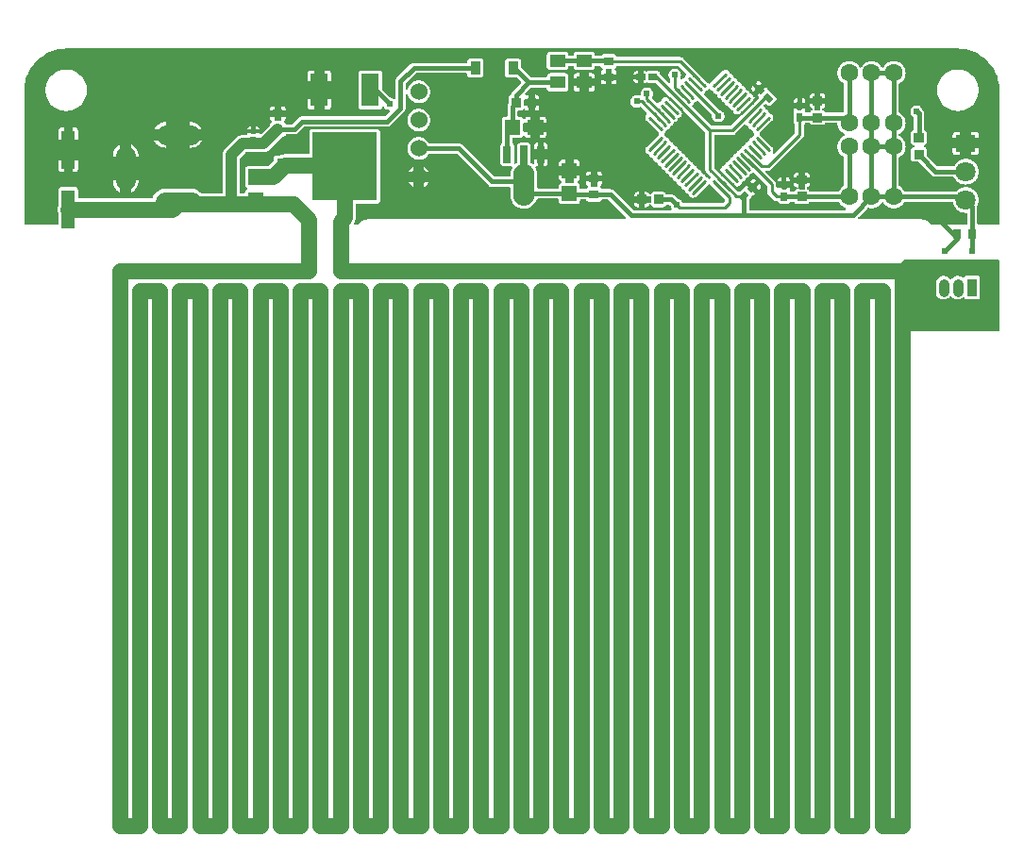
<source format=gtl>
G04 Layer: TopLayer*
G04 EasyEDA v6.4.32, 2022-03-04 17:10:02*
G04 9e068ee103114b4da440d1e05eba0729,9b295ca1ffa148ecaf4cbe0d9ff7b9be,10*
G04 Gerber Generator version 0.2*
G04 Scale: 100 percent, Rotated: No, Reflected: No *
G04 Dimensions in inches *
G04 leading zeros omitted , absolute positions ,3 integer and 6 decimal *
%FSLAX36Y36*%
%MOIN*%

%ADD11C,0.0157*%
%ADD12C,0.0394*%
%ADD13C,0.0551*%
%ADD14C,0.0110*%
%ADD15C,0.0240*%
%ADD17R,0.0340X0.0318*%
%ADD19R,0.0374X0.0453*%
%ADD20R,0.0532X0.0555*%
%ADD21R,0.0551X0.0472*%
%ADD22R,0.0265X0.0620*%
%ADD24R,0.0315X0.0354*%
%ADD25R,0.0354X0.0315*%
%ADD26R,0.0213X0.0311*%
%ADD27R,0.0630X0.1181*%
%ADD28R,0.2283X0.2441*%
%ADD29R,0.0542X0.0446*%
%ADD30R,0.0472X0.1378*%
%ADD31R,0.0236X0.0118*%
%ADD32C,0.0709*%
%ADD33R,0.0709X0.0620*%
%ADD34C,0.0630*%
%ADD35C,0.0600*%
%ADD36R,0.0354X0.0630*%
%ADD37C,0.0354*%

%LPD*%
G36*
X2439400Y2551140D02*
G01*
X2437860Y2551440D01*
X2436560Y2552320D01*
X2369540Y2619340D01*
X2368720Y2620539D01*
X2368380Y2621980D01*
X2368580Y2623420D01*
X2369280Y2624700D01*
X2371460Y2627380D01*
X2372920Y2630080D01*
X2373560Y2632200D01*
X2374140Y2633360D01*
X2375060Y2634280D01*
X2376220Y2634860D01*
X2378340Y2635500D01*
X2381060Y2636960D01*
X2383720Y2639160D01*
X2385000Y2639860D01*
X2386460Y2640059D01*
X2387880Y2639720D01*
X2389100Y2638880D01*
X2437360Y2590620D01*
X2438280Y2589160D01*
X2438520Y2587440D01*
X2438440Y2586600D01*
X2438780Y2582760D01*
X2439780Y2579020D01*
X2441420Y2575520D01*
X2443640Y2572340D01*
X2446360Y2569620D01*
X2449540Y2567400D01*
X2453040Y2565760D01*
X2456780Y2564760D01*
X2460620Y2564420D01*
X2464480Y2564760D01*
X2468220Y2565760D01*
X2471720Y2567400D01*
X2474880Y2569620D01*
X2477620Y2572340D01*
X2479840Y2575520D01*
X2481480Y2579020D01*
X2482480Y2582760D01*
X2482800Y2586600D01*
X2482480Y2590460D01*
X2481480Y2594200D01*
X2479840Y2597700D01*
X2477620Y2600860D01*
X2474880Y2603600D01*
X2471720Y2605820D01*
X2468220Y2607460D01*
X2464820Y2608360D01*
X2463840Y2608759D01*
X2463020Y2609400D01*
X2411320Y2661100D01*
X2410480Y2662320D01*
X2410140Y2663740D01*
X2410340Y2665200D01*
X2411040Y2666480D01*
X2413220Y2669120D01*
X2414680Y2671840D01*
X2415320Y2673960D01*
X2415900Y2675120D01*
X2416820Y2676040D01*
X2417980Y2676620D01*
X2420100Y2677260D01*
X2422820Y2678720D01*
X2425200Y2680680D01*
X2426040Y2681700D01*
X2427420Y2682780D01*
X2429120Y2683159D01*
X2430840Y2682780D01*
X2432220Y2681700D01*
X2433060Y2680680D01*
X2435440Y2678720D01*
X2438160Y2677260D01*
X2440280Y2676620D01*
X2441440Y2676040D01*
X2442360Y2675120D01*
X2442940Y2673960D01*
X2443580Y2671840D01*
X2445040Y2669120D01*
X2446980Y2666740D01*
X2449360Y2664800D01*
X2452080Y2663340D01*
X2454200Y2662700D01*
X2455360Y2662120D01*
X2456280Y2661200D01*
X2456860Y2660040D01*
X2457500Y2657919D01*
X2458960Y2655200D01*
X2460900Y2652840D01*
X2463280Y2650880D01*
X2466000Y2649420D01*
X2468120Y2648780D01*
X2469280Y2648220D01*
X2470200Y2647280D01*
X2470780Y2646120D01*
X2471420Y2644000D01*
X2472880Y2641280D01*
X2474820Y2638900D01*
X2477200Y2636960D01*
X2479920Y2635500D01*
X2482040Y2634860D01*
X2483200Y2634280D01*
X2484120Y2633360D01*
X2484700Y2632200D01*
X2485340Y2630080D01*
X2486800Y2627380D01*
X2488740Y2625000D01*
X2491120Y2623039D01*
X2493840Y2621600D01*
X2495960Y2620940D01*
X2497120Y2620380D01*
X2498040Y2619440D01*
X2498620Y2618279D01*
X2499260Y2616160D01*
X2500720Y2613440D01*
X2502660Y2611060D01*
X2505040Y2609120D01*
X2507760Y2607660D01*
X2509880Y2607020D01*
X2511040Y2606440D01*
X2511960Y2605520D01*
X2512540Y2604360D01*
X2513180Y2602240D01*
X2514620Y2599540D01*
X2516580Y2597160D01*
X2518960Y2595200D01*
X2521680Y2593759D01*
X2523800Y2593100D01*
X2524960Y2592540D01*
X2525880Y2591620D01*
X2526460Y2590440D01*
X2527100Y2588320D01*
X2527480Y2587640D01*
X2533060Y2593220D01*
X2534020Y2593920D01*
X2536400Y2595200D01*
X2538700Y2597100D01*
X2540240Y2597880D01*
X2541960Y2597940D01*
X2543560Y2597260D01*
X2544720Y2595980D01*
X2545220Y2594340D01*
X2545000Y2592640D01*
X2544080Y2591180D01*
X2505200Y2552320D01*
X2503900Y2551440D01*
X2502380Y2551140D01*
G37*

%LPD*%
G36*
X2471980Y2379720D02*
G01*
X2470280Y2379940D01*
X2468820Y2380880D01*
X2448120Y2401580D01*
X2447240Y2402880D01*
X2446940Y2404400D01*
X2446940Y2515720D01*
X2447240Y2517240D01*
X2448120Y2518540D01*
X2449420Y2519420D01*
X2450940Y2519720D01*
X2510340Y2519720D01*
X2513600Y2520040D01*
X2516540Y2520920D01*
X2519260Y2522380D01*
X2521800Y2524460D01*
X2552700Y2555360D01*
X2553900Y2556180D01*
X2555320Y2556520D01*
X2556780Y2556320D01*
X2558060Y2555620D01*
X2560720Y2553440D01*
X2563440Y2552000D01*
X2565539Y2551340D01*
X2566720Y2550780D01*
X2567640Y2549860D01*
X2568220Y2548680D01*
X2568860Y2546560D01*
X2570299Y2543860D01*
X2572260Y2541480D01*
X2574640Y2539520D01*
X2577360Y2538080D01*
X2579480Y2537440D01*
X2580640Y2536860D01*
X2581560Y2535940D01*
X2582140Y2534760D01*
X2582780Y2532640D01*
X2584240Y2529940D01*
X2586180Y2527560D01*
X2587220Y2526700D01*
X2588279Y2525320D01*
X2588680Y2523620D01*
X2588279Y2521900D01*
X2587220Y2520520D01*
X2586180Y2519680D01*
X2584240Y2517300D01*
X2582780Y2514580D01*
X2582140Y2512460D01*
X2581560Y2511300D01*
X2580640Y2510380D01*
X2579480Y2509800D01*
X2577360Y2509160D01*
X2574640Y2507700D01*
X2572260Y2505760D01*
X2570299Y2503380D01*
X2568860Y2500660D01*
X2568220Y2498560D01*
X2567640Y2497380D01*
X2566720Y2496460D01*
X2565539Y2495880D01*
X2563440Y2495240D01*
X2560720Y2493800D01*
X2558340Y2491840D01*
X2556400Y2489460D01*
X2554940Y2486760D01*
X2554300Y2484640D01*
X2553720Y2483460D01*
X2552800Y2482540D01*
X2551640Y2481960D01*
X2549520Y2481320D01*
X2546800Y2479880D01*
X2544420Y2477920D01*
X2542460Y2475540D01*
X2541020Y2472820D01*
X2540380Y2470720D01*
X2539800Y2469540D01*
X2538880Y2468620D01*
X2537720Y2468040D01*
X2535600Y2467400D01*
X2532880Y2465960D01*
X2530500Y2464000D01*
X2528560Y2461620D01*
X2527100Y2458920D01*
X2526460Y2456800D01*
X2525880Y2455620D01*
X2524960Y2454700D01*
X2523800Y2454120D01*
X2521680Y2453480D01*
X2518960Y2452040D01*
X2516580Y2450080D01*
X2514620Y2447700D01*
X2513180Y2444980D01*
X2512540Y2442880D01*
X2511960Y2441700D01*
X2511040Y2440780D01*
X2509880Y2440200D01*
X2507760Y2439560D01*
X2505040Y2438120D01*
X2502660Y2436160D01*
X2500720Y2433780D01*
X2499260Y2431080D01*
X2498620Y2428960D01*
X2498040Y2427780D01*
X2497120Y2426860D01*
X2495960Y2426280D01*
X2493840Y2425640D01*
X2491120Y2424200D01*
X2488740Y2422240D01*
X2486800Y2419860D01*
X2485340Y2417160D01*
X2484700Y2415040D01*
X2484120Y2413860D01*
X2483200Y2412940D01*
X2482040Y2412360D01*
X2479920Y2411720D01*
X2477200Y2410280D01*
X2474820Y2408320D01*
X2472880Y2405940D01*
X2471420Y2403240D01*
X2470780Y2401120D01*
X2470200Y2399940D01*
X2469280Y2399020D01*
X2468120Y2398440D01*
X2466000Y2397800D01*
X2465300Y2397440D01*
X2470900Y2391840D01*
X2471600Y2390900D01*
X2472880Y2388520D01*
X2474740Y2386240D01*
X2475520Y2384700D01*
X2475580Y2382980D01*
X2474900Y2381400D01*
X2473620Y2380240D01*
G37*

%LPD*%
G36*
X2429120Y2364080D02*
G01*
X2427420Y2364460D01*
X2426040Y2365540D01*
X2425200Y2366560D01*
X2422820Y2368520D01*
X2420100Y2369960D01*
X2417980Y2370600D01*
X2416820Y2371180D01*
X2415900Y2372100D01*
X2415320Y2373280D01*
X2414680Y2375400D01*
X2413220Y2378100D01*
X2411260Y2380480D01*
X2408900Y2382440D01*
X2406180Y2383880D01*
X2404060Y2384520D01*
X2402900Y2385100D01*
X2401980Y2386020D01*
X2401400Y2387200D01*
X2400760Y2389320D01*
X2399300Y2392020D01*
X2397360Y2394400D01*
X2394980Y2396360D01*
X2392260Y2397800D01*
X2390140Y2398440D01*
X2388980Y2399020D01*
X2388060Y2399940D01*
X2387480Y2401120D01*
X2386840Y2403240D01*
X2385380Y2405940D01*
X2383440Y2408320D01*
X2381060Y2410280D01*
X2378340Y2411720D01*
X2376220Y2412360D01*
X2375060Y2412940D01*
X2374140Y2413860D01*
X2373560Y2415040D01*
X2372920Y2417160D01*
X2371460Y2419860D01*
X2369520Y2422240D01*
X2367140Y2424200D01*
X2364420Y2425640D01*
X2362300Y2426280D01*
X2361140Y2426860D01*
X2360220Y2427780D01*
X2359640Y2428960D01*
X2359000Y2431080D01*
X2357540Y2433780D01*
X2355600Y2436160D01*
X2353220Y2438120D01*
X2350500Y2439560D01*
X2348380Y2440200D01*
X2347220Y2440780D01*
X2346300Y2441700D01*
X2345720Y2442880D01*
X2345080Y2444980D01*
X2343620Y2447700D01*
X2341680Y2450080D01*
X2339300Y2452040D01*
X2336580Y2453480D01*
X2334460Y2454120D01*
X2333300Y2454700D01*
X2332380Y2455620D01*
X2331800Y2456800D01*
X2331160Y2458920D01*
X2329700Y2461620D01*
X2327760Y2464000D01*
X2325380Y2465960D01*
X2322660Y2467400D01*
X2320540Y2468040D01*
X2319380Y2468620D01*
X2318460Y2469540D01*
X2317880Y2470720D01*
X2317240Y2472820D01*
X2315780Y2475540D01*
X2313840Y2477920D01*
X2311460Y2479880D01*
X2308740Y2481320D01*
X2306620Y2481960D01*
X2305460Y2482540D01*
X2304540Y2483460D01*
X2303960Y2484640D01*
X2303320Y2486760D01*
X2301860Y2489460D01*
X2299920Y2491840D01*
X2297540Y2493800D01*
X2294820Y2495240D01*
X2292700Y2495880D01*
X2291540Y2496460D01*
X2290620Y2497380D01*
X2290040Y2498560D01*
X2289400Y2500660D01*
X2287960Y2503380D01*
X2286000Y2505760D01*
X2283620Y2507700D01*
X2280900Y2509160D01*
X2278780Y2509800D01*
X2277620Y2510380D01*
X2276700Y2511300D01*
X2276120Y2512460D01*
X2275480Y2514580D01*
X2274020Y2517300D01*
X2272080Y2519680D01*
X2271040Y2520520D01*
X2269960Y2521900D01*
X2269580Y2523620D01*
X2269960Y2525320D01*
X2271040Y2526700D01*
X2272080Y2527560D01*
X2274020Y2529940D01*
X2275480Y2532640D01*
X2276120Y2534760D01*
X2276700Y2535940D01*
X2277620Y2536860D01*
X2278780Y2537440D01*
X2280900Y2538080D01*
X2283620Y2539520D01*
X2286000Y2541480D01*
X2287960Y2543860D01*
X2289400Y2546560D01*
X2290040Y2548680D01*
X2290620Y2549860D01*
X2291540Y2550780D01*
X2292700Y2551340D01*
X2294820Y2552000D01*
X2297540Y2553440D01*
X2299920Y2555400D01*
X2301860Y2557780D01*
X2303320Y2560480D01*
X2303960Y2562600D01*
X2304540Y2563780D01*
X2305460Y2564700D01*
X2306620Y2565260D01*
X2308740Y2565920D01*
X2311460Y2567360D01*
X2313840Y2569320D01*
X2315780Y2571700D01*
X2317240Y2574400D01*
X2317880Y2576520D01*
X2318460Y2577679D01*
X2319380Y2578620D01*
X2320540Y2579180D01*
X2322660Y2579820D01*
X2325380Y2581280D01*
X2327760Y2583240D01*
X2329700Y2585600D01*
X2331160Y2588320D01*
X2331800Y2590440D01*
X2332380Y2591620D01*
X2333300Y2592540D01*
X2334460Y2593100D01*
X2336580Y2593759D01*
X2337280Y2594120D01*
X2331680Y2599720D01*
X2330980Y2600659D01*
X2329700Y2603039D01*
X2327860Y2605299D01*
X2327080Y2606840D01*
X2327020Y2608560D01*
X2327700Y2610140D01*
X2328960Y2611300D01*
X2330620Y2611820D01*
X2332320Y2611580D01*
X2333780Y2610659D01*
X2414340Y2530100D01*
X2415220Y2528800D01*
X2415520Y2527260D01*
X2415520Y2396440D01*
X2415840Y2393180D01*
X2416740Y2390240D01*
X2418180Y2387520D01*
X2420260Y2384980D01*
X2433040Y2372220D01*
X2433860Y2371000D01*
X2434200Y2369580D01*
X2434000Y2368140D01*
X2433300Y2366840D01*
X2432220Y2365540D01*
X2430840Y2364460D01*
G37*

%LPD*%
G36*
X2785680Y2319120D02*
G01*
X2784360Y2319340D01*
X2783180Y2320000D01*
X2782280Y2321000D01*
X2780860Y2323260D01*
X2779260Y2324880D01*
X2777320Y2326080D01*
X2774940Y2326920D01*
X2773540Y2327760D01*
X2772580Y2329100D01*
X2772260Y2330700D01*
X2772580Y2332300D01*
X2773540Y2333640D01*
X2774940Y2334480D01*
X2777320Y2335320D01*
X2779260Y2336520D01*
X2780860Y2338140D01*
X2782080Y2340060D01*
X2782820Y2342220D01*
X2783100Y2344700D01*
X2783100Y2349920D01*
X2766900Y2349920D01*
X2766900Y2331120D01*
X2766600Y2329580D01*
X2765740Y2328300D01*
X2764440Y2327420D01*
X2762900Y2327120D01*
X2748900Y2327120D01*
X2747360Y2327420D01*
X2746060Y2328300D01*
X2745200Y2329580D01*
X2744900Y2331120D01*
X2744900Y2349920D01*
X2728700Y2349920D01*
X2728700Y2344700D01*
X2728980Y2342220D01*
X2729720Y2340060D01*
X2730940Y2338140D01*
X2732540Y2336520D01*
X2734480Y2335320D01*
X2736860Y2334480D01*
X2738260Y2333640D01*
X2739220Y2332300D01*
X2739540Y2330700D01*
X2739220Y2329100D01*
X2738260Y2327760D01*
X2736860Y2326920D01*
X2734480Y2326080D01*
X2732540Y2324880D01*
X2730940Y2323260D01*
X2729600Y2321140D01*
X2728720Y2320140D01*
X2727520Y2319500D01*
X2726200Y2319280D01*
X2716580Y2319320D01*
X2715100Y2319620D01*
X2713820Y2320440D01*
X2712960Y2321680D01*
X2712600Y2323160D01*
X2712820Y2324640D01*
X2713460Y2326480D01*
X2713740Y2328960D01*
X2713740Y2334020D01*
X2700740Y2334020D01*
X2700740Y2331120D01*
X2700419Y2329600D01*
X2699560Y2328300D01*
X2698260Y2327440D01*
X2696740Y2327120D01*
X2689100Y2327120D01*
X2687559Y2327440D01*
X2686280Y2328300D01*
X2685400Y2329600D01*
X2685100Y2331120D01*
X2685100Y2334020D01*
X2669320Y2334020D01*
X2667780Y2334320D01*
X2666480Y2335200D01*
X2665620Y2336480D01*
X2665320Y2338020D01*
X2665320Y2344720D01*
X2665000Y2347980D01*
X2664500Y2349960D01*
X2664100Y2350920D01*
X2662640Y2353620D01*
X2660580Y2356160D01*
X2629820Y2386900D01*
X2628960Y2388200D01*
X2628660Y2389740D01*
X2628960Y2391260D01*
X2629820Y2392560D01*
X2631120Y2393420D01*
X2632660Y2393740D01*
X2637600Y2393740D01*
X2640860Y2394060D01*
X2643800Y2394940D01*
X2646500Y2396400D01*
X2649040Y2398480D01*
X2759040Y2508460D01*
X2761100Y2511000D01*
X2762559Y2513700D01*
X2763460Y2516660D01*
X2763780Y2519920D01*
X2763780Y2554480D01*
X2764080Y2556000D01*
X2764940Y2557300D01*
X2766640Y2559000D01*
X2767880Y2560960D01*
X2768759Y2561960D01*
X2769940Y2562620D01*
X2771259Y2562840D01*
X2781120Y2562840D01*
X2782660Y2562520D01*
X2783980Y2561620D01*
X2786060Y2558360D01*
X2787660Y2556740D01*
X2789600Y2555540D01*
X2791740Y2554780D01*
X2794240Y2554500D01*
X2827799Y2554500D01*
X2830299Y2554780D01*
X2832440Y2555540D01*
X2834360Y2556740D01*
X2835980Y2558360D01*
X2838060Y2561620D01*
X2839360Y2562520D01*
X2840920Y2562840D01*
X2877960Y2562840D01*
X2879420Y2562559D01*
X2880680Y2561760D01*
X2881580Y2560539D01*
X2881940Y2559100D01*
X2882160Y2555700D01*
X2883240Y2550360D01*
X2884980Y2545180D01*
X2887400Y2540300D01*
X2890419Y2535760D01*
X2894020Y2531660D01*
X2898120Y2528060D01*
X2902660Y2525040D01*
X2906060Y2523360D01*
X2907440Y2522240D01*
X2908200Y2520660D01*
X2908200Y2518880D01*
X2907440Y2517300D01*
X2906060Y2516180D01*
X2902660Y2514500D01*
X2898120Y2511480D01*
X2894020Y2507880D01*
X2890419Y2503780D01*
X2887400Y2499240D01*
X2884980Y2494360D01*
X2883240Y2489180D01*
X2882160Y2483840D01*
X2881820Y2478400D01*
X2882160Y2472960D01*
X2883240Y2467620D01*
X2884980Y2462440D01*
X2887400Y2457560D01*
X2890419Y2453020D01*
X2894020Y2448920D01*
X2898120Y2445320D01*
X2904300Y2441180D01*
X2905080Y2439940D01*
X2905340Y2438480D01*
X2905340Y2341160D01*
X2905080Y2339700D01*
X2904300Y2338460D01*
X2898120Y2334320D01*
X2894020Y2330720D01*
X2890419Y2326620D01*
X2887400Y2322080D01*
X2887040Y2321360D01*
X2886160Y2320180D01*
X2884900Y2319400D01*
X2883460Y2319120D01*
G37*

%LPC*%
G36*
X2672080Y2354580D02*
G01*
X2685100Y2354580D01*
X2685100Y2370040D01*
X2682500Y2370040D01*
X2680020Y2369760D01*
X2677880Y2369020D01*
X2675940Y2367800D01*
X2674340Y2366200D01*
X2673120Y2364260D01*
X2672360Y2362120D01*
X2672080Y2359620D01*
G37*
G36*
X2700740Y2354580D02*
G01*
X2713740Y2354580D01*
X2713740Y2359620D01*
X2713460Y2362120D01*
X2712720Y2364260D01*
X2711500Y2366200D01*
X2709880Y2367800D01*
X2707960Y2369020D01*
X2705800Y2369760D01*
X2703320Y2370040D01*
X2700740Y2370040D01*
G37*
G36*
X2766900Y2370800D02*
G01*
X2783100Y2370800D01*
X2783100Y2376000D01*
X2782820Y2378500D01*
X2782080Y2380640D01*
X2780860Y2382580D01*
X2779260Y2384180D01*
X2777320Y2385400D01*
X2775179Y2386160D01*
X2772679Y2386440D01*
X2766900Y2386440D01*
G37*
G36*
X2728700Y2370800D02*
G01*
X2744900Y2370800D01*
X2744900Y2386440D01*
X2739120Y2386440D01*
X2736620Y2386160D01*
X2734480Y2385400D01*
X2732540Y2384180D01*
X2730940Y2382580D01*
X2729720Y2380640D01*
X2728980Y2378500D01*
X2728700Y2376000D01*
G37*

%LPD*%
G36*
X2573820Y2254280D02*
G01*
X2572300Y2254580D01*
X2571000Y2255440D01*
X2570140Y2256740D01*
X2569820Y2258280D01*
X2569820Y2290680D01*
X2570140Y2292220D01*
X2571000Y2293520D01*
X2577320Y2299820D01*
X2578880Y2301780D01*
X2579940Y2304000D01*
X2580720Y2305100D01*
X2581820Y2305880D01*
X2584040Y2306940D01*
X2585980Y2308500D01*
X2589560Y2312080D01*
X2580360Y2321280D01*
X2578320Y2319240D01*
X2577020Y2318360D01*
X2575480Y2318060D01*
X2573960Y2318360D01*
X2572660Y2319240D01*
X2567260Y2324620D01*
X2566400Y2325920D01*
X2566100Y2327460D01*
X2566400Y2328980D01*
X2567260Y2330280D01*
X2569300Y2332320D01*
X2560100Y2341520D01*
X2556540Y2337960D01*
X2554960Y2336000D01*
X2553900Y2333780D01*
X2553120Y2332700D01*
X2552040Y2331920D01*
X2549820Y2330840D01*
X2547860Y2329280D01*
X2539180Y2320600D01*
X2537880Y2319740D01*
X2536340Y2319420D01*
X2531920Y2319420D01*
X2530380Y2319740D01*
X2529100Y2320600D01*
X2511900Y2337800D01*
X2510980Y2339260D01*
X2510740Y2340960D01*
X2511260Y2342600D01*
X2512420Y2343880D01*
X2514000Y2344560D01*
X2515720Y2344500D01*
X2517260Y2343720D01*
X2519520Y2341860D01*
X2521900Y2340600D01*
X2522840Y2339900D01*
X2528440Y2334300D01*
X2528820Y2334980D01*
X2529460Y2337100D01*
X2530040Y2338280D01*
X2530960Y2339200D01*
X2532120Y2339780D01*
X2534240Y2340420D01*
X2536960Y2341860D01*
X2539340Y2343820D01*
X2541280Y2346200D01*
X2542740Y2348900D01*
X2543380Y2351020D01*
X2543960Y2352200D01*
X2544880Y2353120D01*
X2546040Y2353700D01*
X2548160Y2354340D01*
X2550880Y2355780D01*
X2553240Y2357740D01*
X2555200Y2360120D01*
X2556660Y2362820D01*
X2557300Y2364940D01*
X2557880Y2366120D01*
X2558800Y2367040D01*
X2559960Y2367620D01*
X2562080Y2368260D01*
X2564800Y2369700D01*
X2567180Y2371660D01*
X2569120Y2374040D01*
X2570580Y2376740D01*
X2571220Y2378860D01*
X2571800Y2380040D01*
X2572720Y2380960D01*
X2573880Y2381520D01*
X2576000Y2382180D01*
X2578720Y2383620D01*
X2581380Y2385800D01*
X2582660Y2386520D01*
X2584120Y2386720D01*
X2585539Y2386380D01*
X2586740Y2385540D01*
X2632720Y2339580D01*
X2633580Y2338280D01*
X2633880Y2336740D01*
X2633880Y2319080D01*
X2634200Y2315840D01*
X2635100Y2312880D01*
X2636560Y2310180D01*
X2638620Y2307640D01*
X2655860Y2290400D01*
X2658399Y2288340D01*
X2661100Y2286880D01*
X2664060Y2285980D01*
X2667320Y2285660D01*
X2668780Y2285660D01*
X2670380Y2285340D01*
X2671720Y2284380D01*
X2672559Y2282980D01*
X2673120Y2281400D01*
X2674340Y2279480D01*
X2675940Y2277860D01*
X2677880Y2276660D01*
X2680020Y2275900D01*
X2682500Y2275620D01*
X2703320Y2275620D01*
X2705800Y2275900D01*
X2707960Y2276660D01*
X2709880Y2277860D01*
X2711500Y2279480D01*
X2712640Y2281320D01*
X2713540Y2282320D01*
X2714720Y2282960D01*
X2716060Y2283180D01*
X2726080Y2283140D01*
X2727400Y2282900D01*
X2728580Y2282240D01*
X2729460Y2281220D01*
X2730940Y2278820D01*
X2732540Y2277220D01*
X2734480Y2276000D01*
X2736620Y2275240D01*
X2739120Y2274960D01*
X2772679Y2274960D01*
X2775179Y2275240D01*
X2777320Y2276000D01*
X2779260Y2277220D01*
X2780860Y2278820D01*
X2782300Y2281100D01*
X2783180Y2282100D01*
X2784360Y2282760D01*
X2785680Y2282980D01*
X2883639Y2282980D01*
X2885080Y2282700D01*
X2886340Y2281920D01*
X2890419Y2275860D01*
X2894020Y2271760D01*
X2898120Y2268160D01*
X2902660Y2265140D01*
X2907540Y2262720D01*
X2909500Y2262060D01*
X2910880Y2261260D01*
X2911840Y2259980D01*
X2912220Y2258420D01*
X2911960Y2256840D01*
X2911100Y2255500D01*
X2909780Y2254600D01*
X2908220Y2254280D01*
G37*

%LPC*%
G36*
X2604100Y2326600D02*
G01*
X2607660Y2330180D01*
X2609220Y2332140D01*
X2610220Y2334180D01*
X2610720Y2336400D01*
X2610720Y2338680D01*
X2610220Y2340900D01*
X2609220Y2342960D01*
X2607660Y2344920D01*
X2605840Y2346760D01*
X2594900Y2335800D01*
G37*
G36*
X2583840Y2346860D02*
G01*
X2594780Y2357800D01*
X2592960Y2359640D01*
X2591000Y2361200D01*
X2588940Y2362180D01*
X2586720Y2362700D01*
X2584440Y2362700D01*
X2582220Y2362180D01*
X2580160Y2361200D01*
X2578200Y2359640D01*
X2574640Y2356060D01*
G37*

%LPD*%
G36*
X3217100Y2202760D02*
G01*
X3215680Y2203020D01*
X3214440Y2203760D01*
X3211480Y2206400D01*
X3210460Y2207220D01*
X3204840Y2211220D01*
X3203720Y2211920D01*
X3197700Y2215240D01*
X3196520Y2215820D01*
X3190140Y2218460D01*
X3182280Y2220800D01*
X3181000Y2221080D01*
X3174200Y2222240D01*
X3172900Y2222400D01*
X3165240Y2222800D01*
X2959020Y2222800D01*
X2957480Y2223100D01*
X2956180Y2223980D01*
X2955320Y2225260D01*
X2955020Y2226800D01*
X2955320Y2228340D01*
X2956180Y2229620D01*
X2986760Y2260200D01*
X2987980Y2261040D01*
X2989420Y2261380D01*
X2996800Y2259900D01*
X3002240Y2259560D01*
X3007679Y2259900D01*
X3013020Y2260980D01*
X3018200Y2262720D01*
X3023080Y2265140D01*
X3027620Y2268160D01*
X3031720Y2271760D01*
X3035320Y2275860D01*
X3038279Y2280300D01*
X3039380Y2281420D01*
X3040820Y2282000D01*
X3042400Y2282000D01*
X3043840Y2281420D01*
X3044940Y2280300D01*
X3047900Y2275860D01*
X3051500Y2271760D01*
X3055600Y2268160D01*
X3060140Y2265140D01*
X3065020Y2262720D01*
X3070200Y2260980D01*
X3075539Y2259900D01*
X3080980Y2259560D01*
X3086420Y2259900D01*
X3091760Y2260980D01*
X3096940Y2262720D01*
X3101820Y2265140D01*
X3106360Y2268160D01*
X3110460Y2271760D01*
X3114060Y2275860D01*
X3118240Y2282120D01*
X3119480Y2282900D01*
X3120940Y2283160D01*
X3286220Y2283160D01*
X3287919Y2282780D01*
X3289300Y2281720D01*
X3290100Y2280160D01*
X3291240Y2275660D01*
X3293360Y2270340D01*
X3296120Y2265320D01*
X3299480Y2260680D01*
X3303399Y2256500D01*
X3307820Y2252840D01*
X3312660Y2249780D01*
X3317840Y2247340D01*
X3323300Y2245560D01*
X3328920Y2244500D01*
X3336840Y2243940D01*
X3338220Y2243100D01*
X3339160Y2241760D01*
X3339480Y2240180D01*
X3339480Y2206760D01*
X3339180Y2205220D01*
X3338320Y2203920D01*
X3337020Y2203060D01*
X3335480Y2202760D01*
G37*

%LPD*%
G36*
X14200Y2202760D02*
G01*
X12660Y2203060D01*
X11379Y2203920D01*
X10500Y2205220D01*
X10200Y2206760D01*
X10200Y2676940D01*
X10560Y2687360D01*
X11600Y2697360D01*
X13320Y2707260D01*
X15700Y2717040D01*
X18760Y2726620D01*
X22460Y2735960D01*
X26780Y2745040D01*
X31720Y2753800D01*
X37240Y2762200D01*
X43320Y2770220D01*
X49940Y2777780D01*
X57060Y2784900D01*
X64640Y2791500D01*
X72660Y2797559D01*
X81080Y2803060D01*
X89840Y2807980D01*
X98940Y2812300D01*
X108300Y2815980D01*
X117880Y2819020D01*
X127640Y2821380D01*
X137560Y2823080D01*
X147560Y2824100D01*
X157720Y2824440D01*
X3306860Y2824440D01*
X3317280Y2824080D01*
X3327280Y2823039D01*
X3337180Y2821320D01*
X3346960Y2818940D01*
X3356540Y2815880D01*
X3365880Y2812200D01*
X3374960Y2807860D01*
X3383720Y2802919D01*
X3392120Y2797400D01*
X3400140Y2791320D01*
X3407700Y2784700D01*
X3414800Y2777580D01*
X3421420Y2770000D01*
X3427480Y2761980D01*
X3432980Y2753580D01*
X3437900Y2744800D01*
X3442220Y2735720D01*
X3445899Y2726360D01*
X3448940Y2716760D01*
X3451300Y2707000D01*
X3453000Y2697080D01*
X3454020Y2687080D01*
X3454360Y2676920D01*
X3454440Y2206760D01*
X3454140Y2205220D01*
X3453279Y2203920D01*
X3451980Y2203060D01*
X3450440Y2202760D01*
X3379640Y2202760D01*
X3378100Y2203060D01*
X3376800Y2203920D01*
X3375940Y2205220D01*
X3375640Y2206760D01*
X3375640Y2266700D01*
X3375560Y2269180D01*
X3375800Y2270040D01*
X3378039Y2275660D01*
X3379460Y2281200D01*
X3380179Y2286900D01*
X3380179Y2292620D01*
X3379460Y2298300D01*
X3378039Y2303860D01*
X3375920Y2309180D01*
X3373159Y2314200D01*
X3369800Y2318840D01*
X3365880Y2323020D01*
X3361460Y2326680D01*
X3356620Y2329740D01*
X3351440Y2332180D01*
X3345980Y2333960D01*
X3340360Y2335020D01*
X3334640Y2335380D01*
X3328920Y2335020D01*
X3323300Y2333960D01*
X3317840Y2332180D01*
X3312660Y2329740D01*
X3307820Y2326680D01*
X3303399Y2323020D01*
X3301120Y2320580D01*
X3299780Y2319640D01*
X3298200Y2319320D01*
X3120940Y2319320D01*
X3119480Y2319580D01*
X3118240Y2320360D01*
X3114060Y2326620D01*
X3110460Y2330720D01*
X3106360Y2334320D01*
X3100020Y2338540D01*
X3099240Y2339780D01*
X3098980Y2341240D01*
X3098980Y2438400D01*
X3099240Y2439860D01*
X3100020Y2441100D01*
X3106360Y2445320D01*
X3110460Y2448920D01*
X3114060Y2453020D01*
X3117080Y2457560D01*
X3119500Y2462440D01*
X3121240Y2467620D01*
X3122320Y2472960D01*
X3122660Y2478400D01*
X3122320Y2483840D01*
X3121240Y2489180D01*
X3119500Y2494360D01*
X3117080Y2499240D01*
X3114060Y2503780D01*
X3110460Y2507880D01*
X3106360Y2511480D01*
X3100020Y2515700D01*
X3099240Y2516940D01*
X3098980Y2518400D01*
X3098980Y2521140D01*
X3099240Y2522600D01*
X3100020Y2523840D01*
X3106360Y2528060D01*
X3110460Y2531660D01*
X3114060Y2535760D01*
X3117080Y2540300D01*
X3119500Y2545180D01*
X3121240Y2550360D01*
X3122320Y2555700D01*
X3122660Y2561139D01*
X3122320Y2566580D01*
X3121240Y2571920D01*
X3119500Y2577100D01*
X3117080Y2581980D01*
X3114060Y2586520D01*
X3110460Y2590620D01*
X3106360Y2594220D01*
X3100020Y2598440D01*
X3099240Y2599680D01*
X3098980Y2601139D01*
X3098980Y2698300D01*
X3099240Y2699760D01*
X3100020Y2701000D01*
X3106360Y2705220D01*
X3110460Y2708820D01*
X3114060Y2712919D01*
X3117080Y2717460D01*
X3119500Y2722340D01*
X3121240Y2727520D01*
X3122320Y2732860D01*
X3122660Y2738300D01*
X3122320Y2743740D01*
X3121240Y2749080D01*
X3119500Y2754260D01*
X3117080Y2759140D01*
X3114060Y2763680D01*
X3110460Y2767780D01*
X3106360Y2771380D01*
X3101820Y2774400D01*
X3096940Y2776820D01*
X3091760Y2778560D01*
X3086420Y2779640D01*
X3080980Y2779980D01*
X3075539Y2779640D01*
X3070200Y2778560D01*
X3065020Y2776820D01*
X3060140Y2774400D01*
X3055600Y2771380D01*
X3051500Y2767780D01*
X3047900Y2763680D01*
X3044940Y2759240D01*
X3043840Y2758120D01*
X3042400Y2757520D01*
X3040820Y2757520D01*
X3039380Y2758120D01*
X3038279Y2759240D01*
X3035320Y2763680D01*
X3031720Y2767780D01*
X3027620Y2771380D01*
X3023080Y2774400D01*
X3018200Y2776820D01*
X3013020Y2778560D01*
X3007679Y2779640D01*
X3002240Y2779980D01*
X2996800Y2779640D01*
X2991460Y2778560D01*
X2986280Y2776820D01*
X2981400Y2774400D01*
X2976860Y2771380D01*
X2972760Y2767780D01*
X2969160Y2763680D01*
X2966200Y2759240D01*
X2965100Y2758120D01*
X2963660Y2757520D01*
X2962080Y2757520D01*
X2960640Y2758120D01*
X2959540Y2759240D01*
X2956580Y2763680D01*
X2952980Y2767780D01*
X2948880Y2771380D01*
X2944340Y2774400D01*
X2939460Y2776820D01*
X2934280Y2778560D01*
X2928940Y2779640D01*
X2923500Y2779980D01*
X2918060Y2779640D01*
X2912720Y2778560D01*
X2907540Y2776820D01*
X2902660Y2774400D01*
X2898120Y2771380D01*
X2894020Y2767780D01*
X2890419Y2763680D01*
X2887400Y2759140D01*
X2884980Y2754260D01*
X2883240Y2749080D01*
X2882160Y2743740D01*
X2881820Y2738300D01*
X2882160Y2732860D01*
X2883240Y2727520D01*
X2884980Y2722340D01*
X2887400Y2717460D01*
X2890419Y2712919D01*
X2894020Y2708820D01*
X2898120Y2705220D01*
X2904300Y2701080D01*
X2905080Y2699840D01*
X2905340Y2698380D01*
X2905340Y2602980D01*
X2905040Y2601460D01*
X2904180Y2600160D01*
X2902880Y2599280D01*
X2901340Y2598980D01*
X2840580Y2598980D01*
X2839260Y2599200D01*
X2838100Y2599860D01*
X2837200Y2600860D01*
X2835980Y2602799D01*
X2834360Y2604400D01*
X2832440Y2605620D01*
X2830040Y2606460D01*
X2828639Y2607300D01*
X2827700Y2608639D01*
X2827380Y2610240D01*
X2827700Y2611840D01*
X2828639Y2613159D01*
X2830040Y2614000D01*
X2832440Y2614840D01*
X2834360Y2616060D01*
X2835980Y2617660D01*
X2837200Y2619600D01*
X2837940Y2621740D01*
X2838220Y2624240D01*
X2838220Y2629440D01*
X2822020Y2629440D01*
X2822020Y2610659D01*
X2821720Y2609120D01*
X2820860Y2607820D01*
X2819560Y2606960D01*
X2818020Y2606660D01*
X2804020Y2606660D01*
X2802480Y2606960D01*
X2801180Y2607820D01*
X2800320Y2609120D01*
X2800020Y2610659D01*
X2800020Y2629440D01*
X2783820Y2629440D01*
X2783820Y2624240D01*
X2784100Y2621740D01*
X2784840Y2619600D01*
X2786060Y2617660D01*
X2787660Y2616060D01*
X2789600Y2614840D01*
X2791980Y2614000D01*
X2793380Y2613159D01*
X2794340Y2611840D01*
X2794660Y2610240D01*
X2794340Y2608639D01*
X2793380Y2607300D01*
X2791980Y2606460D01*
X2789600Y2605620D01*
X2787660Y2604400D01*
X2786060Y2602799D01*
X2784840Y2600860D01*
X2783940Y2599860D01*
X2782780Y2599200D01*
X2781440Y2598980D01*
X2771800Y2598980D01*
X2770299Y2599280D01*
X2769020Y2600100D01*
X2768159Y2601320D01*
X2767799Y2602799D01*
X2768020Y2604300D01*
X2768620Y2606000D01*
X2768900Y2608500D01*
X2768900Y2613540D01*
X2755880Y2613540D01*
X2755880Y2610659D01*
X2755580Y2609120D01*
X2754700Y2607820D01*
X2753399Y2606960D01*
X2751880Y2606660D01*
X2744240Y2606660D01*
X2742720Y2606960D01*
X2741420Y2607820D01*
X2740560Y2609120D01*
X2740240Y2610659D01*
X2740240Y2613540D01*
X2727240Y2613540D01*
X2727240Y2608500D01*
X2727520Y2606000D01*
X2728320Y2603680D01*
X2728560Y2602360D01*
X2728320Y2601040D01*
X2727520Y2598720D01*
X2727240Y2596240D01*
X2727240Y2565580D01*
X2727520Y2563080D01*
X2728260Y2560940D01*
X2729480Y2559000D01*
X2731180Y2557300D01*
X2732040Y2556020D01*
X2732340Y2554480D01*
X2732340Y2527880D01*
X2732040Y2526340D01*
X2731180Y2525060D01*
X2659040Y2452920D01*
X2657679Y2452020D01*
X2656100Y2451740D01*
X2654520Y2452120D01*
X2653220Y2453080D01*
X2652420Y2454480D01*
X2652220Y2456080D01*
X2652679Y2457620D01*
X2654100Y2460260D01*
X2654980Y2463200D01*
X2655280Y2466260D01*
X2654980Y2469340D01*
X2654100Y2472280D01*
X2652640Y2474980D01*
X2650560Y2477520D01*
X2608519Y2519560D01*
X2607340Y2520520D01*
X2606259Y2521900D01*
X2605880Y2523620D01*
X2606259Y2525320D01*
X2607340Y2526700D01*
X2608519Y2527680D01*
X2650560Y2569720D01*
X2652640Y2572240D01*
X2654100Y2574960D01*
X2654980Y2577900D01*
X2655280Y2580960D01*
X2654980Y2584020D01*
X2654100Y2586960D01*
X2652640Y2589680D01*
X2650680Y2592060D01*
X2648320Y2594020D01*
X2645600Y2595460D01*
X2643480Y2596100D01*
X2642300Y2596680D01*
X2641380Y2597600D01*
X2640820Y2598780D01*
X2640160Y2600899D01*
X2638720Y2603600D01*
X2636760Y2605980D01*
X2634380Y2607940D01*
X2631680Y2609380D01*
X2629560Y2610020D01*
X2628399Y2610600D01*
X2627480Y2611520D01*
X2626900Y2612700D01*
X2626259Y2614800D01*
X2624800Y2617520D01*
X2622620Y2620179D01*
X2621920Y2621460D01*
X2621720Y2622919D01*
X2622060Y2624340D01*
X2622880Y2625539D01*
X2624800Y2627480D01*
X2626100Y2628340D01*
X2627640Y2628639D01*
X2629160Y2628340D01*
X2630460Y2627480D01*
X2633320Y2624600D01*
X2635280Y2623039D01*
X2637340Y2622060D01*
X2639560Y2621560D01*
X2641840Y2621560D01*
X2644060Y2622060D01*
X2646120Y2623039D01*
X2648060Y2624600D01*
X2662780Y2639320D01*
X2664340Y2641280D01*
X2665340Y2643340D01*
X2665840Y2645560D01*
X2665840Y2647840D01*
X2665340Y2650059D01*
X2664340Y2652100D01*
X2662780Y2654060D01*
X2641100Y2675740D01*
X2639140Y2677300D01*
X2636940Y2678380D01*
X2635840Y2679140D01*
X2635059Y2680240D01*
X2634000Y2682460D01*
X2632440Y2684420D01*
X2628860Y2687980D01*
X2619660Y2678780D01*
X2621700Y2676740D01*
X2622580Y2675440D01*
X2622880Y2673920D01*
X2622580Y2672380D01*
X2621700Y2671080D01*
X2616300Y2665680D01*
X2615020Y2664820D01*
X2613480Y2664520D01*
X2611940Y2664820D01*
X2610659Y2665680D01*
X2608600Y2667740D01*
X2599400Y2658519D01*
X2602580Y2655340D01*
X2603460Y2654060D01*
X2603759Y2652520D01*
X2603460Y2650980D01*
X2602580Y2649700D01*
X2587100Y2634220D01*
X2585659Y2633300D01*
X2583940Y2633060D01*
X2582300Y2633580D01*
X2581019Y2634740D01*
X2580340Y2636320D01*
X2580400Y2638039D01*
X2581180Y2639580D01*
X2583039Y2641840D01*
X2584320Y2644240D01*
X2585020Y2645179D01*
X2590620Y2650779D01*
X2589920Y2651139D01*
X2587799Y2651780D01*
X2586640Y2652360D01*
X2585720Y2653279D01*
X2585140Y2654440D01*
X2584500Y2656560D01*
X2583039Y2659280D01*
X2581080Y2661660D01*
X2578720Y2663620D01*
X2576000Y2665059D01*
X2573880Y2665700D01*
X2572720Y2666280D01*
X2571800Y2667200D01*
X2571220Y2668380D01*
X2570580Y2670480D01*
X2569120Y2673200D01*
X2567180Y2675580D01*
X2564800Y2677520D01*
X2562080Y2678980D01*
X2559960Y2679620D01*
X2558800Y2680200D01*
X2557880Y2681120D01*
X2557300Y2682280D01*
X2556660Y2684400D01*
X2555200Y2687120D01*
X2553240Y2689500D01*
X2550880Y2691460D01*
X2548160Y2692900D01*
X2546040Y2693540D01*
X2544880Y2694120D01*
X2543960Y2695040D01*
X2543380Y2696200D01*
X2542740Y2698320D01*
X2541280Y2701040D01*
X2539340Y2703420D01*
X2536960Y2705360D01*
X2534240Y2706820D01*
X2532120Y2707460D01*
X2530960Y2708039D01*
X2530040Y2708960D01*
X2529460Y2710120D01*
X2528820Y2712240D01*
X2527360Y2714960D01*
X2525420Y2717340D01*
X2523040Y2719300D01*
X2520320Y2720740D01*
X2518200Y2721380D01*
X2517040Y2721960D01*
X2516120Y2722880D01*
X2515540Y2724040D01*
X2514900Y2726160D01*
X2513440Y2728880D01*
X2511500Y2731259D01*
X2509120Y2733200D01*
X2506400Y2734660D01*
X2504280Y2735299D01*
X2503120Y2735880D01*
X2502200Y2736800D01*
X2501620Y2737960D01*
X2500980Y2740080D01*
X2499520Y2742799D01*
X2497580Y2745179D01*
X2495200Y2747120D01*
X2492480Y2748580D01*
X2489540Y2749480D01*
X2486480Y2749780D01*
X2483420Y2749480D01*
X2480480Y2748580D01*
X2477760Y2747120D01*
X2475220Y2745059D01*
X2433200Y2703020D01*
X2432220Y2701840D01*
X2430840Y2700760D01*
X2429120Y2700380D01*
X2427420Y2700760D01*
X2426040Y2701840D01*
X2425060Y2703020D01*
X2338280Y2789820D01*
X2335740Y2791880D01*
X2333020Y2793340D01*
X2330080Y2794240D01*
X2326820Y2794560D01*
X2105280Y2794560D01*
X2103680Y2794880D01*
X2102340Y2795840D01*
X2101500Y2797240D01*
X2100880Y2799000D01*
X2099660Y2800920D01*
X2098060Y2802540D01*
X2096120Y2803759D01*
X2093980Y2804500D01*
X2091480Y2804780D01*
X2056500Y2804780D01*
X2054019Y2804500D01*
X2051860Y2803759D01*
X2049940Y2802540D01*
X2048080Y2800700D01*
X2046780Y2799820D01*
X2045260Y2799520D01*
X2028680Y2799520D01*
X2027260Y2799780D01*
X2026020Y2800539D01*
X2025120Y2801700D01*
X2024720Y2803100D01*
X2024400Y2806019D01*
X2023660Y2808159D01*
X2022440Y2810080D01*
X2020840Y2811700D01*
X2018899Y2812919D01*
X2016759Y2813660D01*
X2014259Y2813940D01*
X1960500Y2813940D01*
X1958020Y2813660D01*
X1955860Y2812919D01*
X1953940Y2811700D01*
X1952320Y2810080D01*
X1951100Y2808159D01*
X1950360Y2806019D01*
X1950060Y2803100D01*
X1949640Y2801700D01*
X1948760Y2800539D01*
X1947500Y2799780D01*
X1946080Y2799520D01*
X1934199Y2799520D01*
X1932760Y2799780D01*
X1931519Y2800539D01*
X1930640Y2801700D01*
X1930220Y2803100D01*
X1929920Y2806019D01*
X1929160Y2808159D01*
X1927960Y2810080D01*
X1926339Y2811700D01*
X1924420Y2812919D01*
X1922260Y2813660D01*
X1919780Y2813940D01*
X1866020Y2813940D01*
X1863520Y2813660D01*
X1861380Y2812919D01*
X1859440Y2811700D01*
X1857840Y2810080D01*
X1856620Y2808159D01*
X1855860Y2806000D01*
X1855580Y2803519D01*
X1855580Y2759380D01*
X1855860Y2756900D01*
X1856620Y2754740D01*
X1857840Y2752820D01*
X1859440Y2751200D01*
X1861380Y2749980D01*
X1863520Y2749240D01*
X1866020Y2748960D01*
X1919780Y2748960D01*
X1922260Y2749240D01*
X1924420Y2749980D01*
X1926339Y2751200D01*
X1927960Y2752820D01*
X1929160Y2754740D01*
X1929920Y2756880D01*
X1930220Y2759800D01*
X1930640Y2761180D01*
X1931519Y2762340D01*
X1932760Y2763100D01*
X1934199Y2763380D01*
X1946080Y2763380D01*
X1947500Y2763100D01*
X1948760Y2762340D01*
X1949640Y2761180D01*
X1950060Y2759800D01*
X1950360Y2756880D01*
X1951100Y2754740D01*
X1952320Y2752820D01*
X1953940Y2751200D01*
X1955860Y2749980D01*
X1958020Y2749240D01*
X1960500Y2748960D01*
X2014259Y2748960D01*
X2016759Y2749240D01*
X2018899Y2749980D01*
X2020840Y2751200D01*
X2022440Y2752820D01*
X2023660Y2754740D01*
X2024400Y2756880D01*
X2024720Y2759800D01*
X2025120Y2761180D01*
X2026020Y2762340D01*
X2027260Y2763100D01*
X2028680Y2763380D01*
X2042640Y2763380D01*
X2044240Y2763039D01*
X2045560Y2762100D01*
X2046399Y2760700D01*
X2047120Y2758680D01*
X2048320Y2756740D01*
X2049940Y2755140D01*
X2050680Y2754660D01*
X2051840Y2753560D01*
X2052460Y2752080D01*
X2052460Y2750480D01*
X2051840Y2749000D01*
X2050680Y2747900D01*
X2049940Y2747420D01*
X2048320Y2745820D01*
X2047120Y2743880D01*
X2046360Y2741740D01*
X2046080Y2739240D01*
X2046080Y2734100D01*
X2062640Y2734100D01*
X2062640Y2748880D01*
X2062940Y2750419D01*
X2063800Y2751720D01*
X2065100Y2752580D01*
X2066639Y2752880D01*
X2081360Y2752880D01*
X2082880Y2752580D01*
X2084180Y2751720D01*
X2085040Y2750419D01*
X2085360Y2748880D01*
X2085360Y2734100D01*
X2101920Y2734100D01*
X2101920Y2739240D01*
X2101640Y2741740D01*
X2100880Y2743880D01*
X2099660Y2745820D01*
X2098060Y2747420D01*
X2097320Y2747900D01*
X2096160Y2749000D01*
X2095520Y2750480D01*
X2095520Y2752080D01*
X2096160Y2753560D01*
X2097320Y2754660D01*
X2098060Y2755140D01*
X2099660Y2756740D01*
X2100880Y2758680D01*
X2101500Y2760440D01*
X2102340Y2761840D01*
X2103680Y2762799D01*
X2105280Y2763120D01*
X2318860Y2763120D01*
X2320380Y2762820D01*
X2321680Y2761960D01*
X2346740Y2736900D01*
X2347560Y2735700D01*
X2347900Y2734280D01*
X2347700Y2732820D01*
X2347000Y2731540D01*
X2344820Y2728880D01*
X2343360Y2726160D01*
X2342720Y2724040D01*
X2342140Y2722880D01*
X2341220Y2721960D01*
X2340060Y2721380D01*
X2337940Y2720740D01*
X2335220Y2719300D01*
X2332920Y2717400D01*
X2331580Y2716680D01*
X2330060Y2716500D01*
X2328580Y2716920D01*
X2327380Y2717860D01*
X2326600Y2719180D01*
X2326400Y2720700D01*
X2326760Y2722180D01*
X2327920Y2724700D01*
X2328920Y2728420D01*
X2329260Y2732280D01*
X2328920Y2736139D01*
X2327920Y2739860D01*
X2326300Y2743380D01*
X2324080Y2746540D01*
X2321340Y2749280D01*
X2318180Y2751500D01*
X2314660Y2753120D01*
X2310940Y2754120D01*
X2307080Y2754460D01*
X2303220Y2754120D01*
X2299500Y2753120D01*
X2295980Y2751500D01*
X2292820Y2749280D01*
X2290080Y2746540D01*
X2287860Y2743380D01*
X2286240Y2739860D01*
X2285240Y2736139D01*
X2284900Y2732280D01*
X2285240Y2728420D01*
X2286240Y2724700D01*
X2287860Y2721180D01*
X2291080Y2716600D01*
X2291380Y2715059D01*
X2291380Y2706780D01*
X2291080Y2705260D01*
X2290220Y2703960D01*
X2288920Y2703100D01*
X2287380Y2702780D01*
X2285860Y2703100D01*
X2284560Y2703960D01*
X2257040Y2731480D01*
X2256180Y2732780D01*
X2255580Y2737300D01*
X2254840Y2739440D01*
X2253620Y2741380D01*
X2252020Y2742980D01*
X2250080Y2744200D01*
X2247940Y2744960D01*
X2245440Y2745240D01*
X2214780Y2745240D01*
X2212300Y2744960D01*
X2209980Y2744140D01*
X2208660Y2743920D01*
X2207340Y2744140D01*
X2205020Y2744960D01*
X2202520Y2745240D01*
X2197480Y2745240D01*
X2197480Y2732220D01*
X2200360Y2732220D01*
X2201900Y2731920D01*
X2203200Y2731040D01*
X2204060Y2729740D01*
X2204360Y2728220D01*
X2204360Y2720580D01*
X2204060Y2719060D01*
X2203200Y2717760D01*
X2201900Y2716900D01*
X2200360Y2716580D01*
X2197480Y2716580D01*
X2197480Y2703580D01*
X2202520Y2703580D01*
X2205020Y2703860D01*
X2207340Y2704660D01*
X2208660Y2704900D01*
X2209980Y2704660D01*
X2212300Y2703860D01*
X2214780Y2703580D01*
X2238840Y2703580D01*
X2240380Y2703260D01*
X2241680Y2702400D01*
X2288660Y2655419D01*
X2289600Y2653960D01*
X2289820Y2652240D01*
X2289320Y2650600D01*
X2288160Y2649320D01*
X2286560Y2648660D01*
X2284840Y2648720D01*
X2280680Y2650960D01*
X2279740Y2651660D01*
X2274140Y2657260D01*
X2273760Y2656560D01*
X2273120Y2654440D01*
X2272540Y2653279D01*
X2271620Y2652360D01*
X2270460Y2651780D01*
X2268340Y2651139D01*
X2265620Y2649680D01*
X2263240Y2647740D01*
X2261300Y2645360D01*
X2259840Y2642640D01*
X2259200Y2640539D01*
X2258620Y2639360D01*
X2257700Y2638440D01*
X2256540Y2637860D01*
X2254420Y2637220D01*
X2251700Y2635779D01*
X2249040Y2633580D01*
X2247760Y2632880D01*
X2246300Y2632679D01*
X2244880Y2633020D01*
X2243680Y2633840D01*
X2228360Y2649160D01*
X2227560Y2650299D01*
X2227200Y2651620D01*
X2227300Y2653000D01*
X2229520Y2657760D01*
X2230520Y2661500D01*
X2230840Y2665340D01*
X2230520Y2669200D01*
X2229520Y2672940D01*
X2227880Y2676440D01*
X2225660Y2679620D01*
X2222920Y2682340D01*
X2219760Y2684560D01*
X2216240Y2686200D01*
X2212520Y2687200D01*
X2208660Y2687540D01*
X2204800Y2687200D01*
X2201060Y2686200D01*
X2197560Y2684560D01*
X2194400Y2682340D01*
X2191660Y2679620D01*
X2189440Y2676440D01*
X2187800Y2672940D01*
X2186800Y2669200D01*
X2186460Y2665340D01*
X2186720Y2662520D01*
X2186500Y2660860D01*
X2185660Y2659440D01*
X2184300Y2658480D01*
X2182660Y2658159D01*
X2177080Y2659640D01*
X2173220Y2659980D01*
X2169380Y2659640D01*
X2165640Y2658639D01*
X2162120Y2657000D01*
X2158960Y2654800D01*
X2156220Y2652060D01*
X2154000Y2648880D01*
X2152360Y2645380D01*
X2151360Y2641640D01*
X2151040Y2637780D01*
X2151360Y2633940D01*
X2152360Y2630200D01*
X2154000Y2626700D01*
X2156220Y2623519D01*
X2158960Y2620779D01*
X2162120Y2618580D01*
X2165640Y2616940D01*
X2169380Y2615940D01*
X2173220Y2615600D01*
X2177080Y2615940D01*
X2180820Y2616940D01*
X2183400Y2618140D01*
X2184980Y2618519D01*
X2186560Y2618240D01*
X2187920Y2617340D01*
X2207540Y2597720D01*
X2208380Y2596500D01*
X2208700Y2595080D01*
X2208520Y2593639D01*
X2207800Y2592340D01*
X2205620Y2589680D01*
X2204160Y2586960D01*
X2203280Y2584020D01*
X2202980Y2580960D01*
X2203280Y2577900D01*
X2204160Y2574960D01*
X2205620Y2572240D01*
X2207700Y2569720D01*
X2249740Y2527680D01*
X2250920Y2526700D01*
X2252000Y2525320D01*
X2252380Y2523620D01*
X2252000Y2521900D01*
X2250920Y2520520D01*
X2249740Y2519560D01*
X2207700Y2477520D01*
X2205620Y2474980D01*
X2204160Y2472280D01*
X2203280Y2469340D01*
X2202980Y2466260D01*
X2203280Y2463200D01*
X2204160Y2460260D01*
X2205620Y2457560D01*
X2207560Y2455180D01*
X2209940Y2453220D01*
X2212660Y2451780D01*
X2214780Y2451120D01*
X2215940Y2450560D01*
X2216880Y2449640D01*
X2217440Y2448460D01*
X2218080Y2446340D01*
X2219540Y2443620D01*
X2221500Y2441260D01*
X2223860Y2439300D01*
X2226580Y2437840D01*
X2228700Y2437200D01*
X2229860Y2436640D01*
X2230780Y2435700D01*
X2231360Y2434540D01*
X2232000Y2432420D01*
X2233460Y2429720D01*
X2235400Y2427340D01*
X2237780Y2425380D01*
X2240500Y2423940D01*
X2242620Y2423280D01*
X2243780Y2422720D01*
X2244700Y2421800D01*
X2245280Y2420620D01*
X2245920Y2418500D01*
X2247380Y2415800D01*
X2249340Y2413420D01*
X2251700Y2411460D01*
X2254420Y2410020D01*
X2256540Y2409360D01*
X2257700Y2408800D01*
X2258620Y2407880D01*
X2259200Y2406700D01*
X2259840Y2404580D01*
X2261300Y2401880D01*
X2263240Y2399500D01*
X2265620Y2397540D01*
X2268340Y2396100D01*
X2270460Y2395460D01*
X2271620Y2394880D01*
X2272540Y2393960D01*
X2273120Y2392780D01*
X2273760Y2390660D01*
X2275220Y2387960D01*
X2277160Y2385580D01*
X2279540Y2383620D01*
X2282260Y2382180D01*
X2284380Y2381520D01*
X2285540Y2380960D01*
X2286460Y2380040D01*
X2287040Y2378860D01*
X2287680Y2376740D01*
X2289140Y2374040D01*
X2291080Y2371660D01*
X2293460Y2369700D01*
X2296180Y2368260D01*
X2298300Y2367620D01*
X2299460Y2367040D01*
X2300380Y2366120D01*
X2300960Y2364940D01*
X2301600Y2362820D01*
X2303060Y2360120D01*
X2305000Y2357740D01*
X2307380Y2355780D01*
X2310100Y2354340D01*
X2312220Y2353700D01*
X2313380Y2353120D01*
X2314300Y2352200D01*
X2314880Y2351020D01*
X2315520Y2348900D01*
X2316980Y2346200D01*
X2318920Y2343820D01*
X2321300Y2341860D01*
X2324020Y2340420D01*
X2326140Y2339780D01*
X2327300Y2339200D01*
X2328220Y2338280D01*
X2328800Y2337100D01*
X2329440Y2334980D01*
X2330900Y2332280D01*
X2332840Y2329900D01*
X2335220Y2327940D01*
X2337940Y2326500D01*
X2340060Y2325860D01*
X2341220Y2325280D01*
X2342140Y2324360D01*
X2342720Y2323180D01*
X2343360Y2321080D01*
X2344820Y2318360D01*
X2346760Y2315980D01*
X2349140Y2314020D01*
X2351860Y2312580D01*
X2353980Y2311940D01*
X2355140Y2311360D01*
X2356060Y2310440D01*
X2356640Y2309260D01*
X2357280Y2307140D01*
X2358740Y2304440D01*
X2360680Y2302060D01*
X2363060Y2300100D01*
X2365780Y2298660D01*
X2368720Y2297760D01*
X2371780Y2297460D01*
X2374840Y2297760D01*
X2377780Y2298660D01*
X2380500Y2300100D01*
X2383040Y2302180D01*
X2425060Y2344220D01*
X2426040Y2345400D01*
X2427420Y2346480D01*
X2429120Y2346860D01*
X2430840Y2346480D01*
X2432220Y2345400D01*
X2433200Y2344220D01*
X2483120Y2294260D01*
X2483980Y2292960D01*
X2484280Y2291440D01*
X2484280Y2287660D01*
X2483980Y2286140D01*
X2483120Y2284840D01*
X2478960Y2280680D01*
X2477660Y2279820D01*
X2476140Y2279520D01*
X2338240Y2279520D01*
X2336760Y2279800D01*
X2335480Y2280600D01*
X2334600Y2281820D01*
X2334180Y2282740D01*
X2331960Y2285920D01*
X2329220Y2288640D01*
X2326060Y2290860D01*
X2322540Y2292500D01*
X2319640Y2293280D01*
X2318680Y2293680D01*
X2317840Y2294320D01*
X2307540Y2304600D01*
X2304780Y2306680D01*
X2301800Y2308180D01*
X2298580Y2309080D01*
X2295080Y2309400D01*
X2279180Y2309400D01*
X2277580Y2309740D01*
X2276240Y2310680D01*
X2275400Y2312080D01*
X2275160Y2312760D01*
X2273960Y2314680D01*
X2272340Y2316300D01*
X2270420Y2317500D01*
X2268260Y2318260D01*
X2265780Y2318540D01*
X2234480Y2318540D01*
X2231980Y2318260D01*
X2229840Y2317500D01*
X2227900Y2316300D01*
X2226300Y2314680D01*
X2225080Y2312760D01*
X2224240Y2310360D01*
X2223400Y2308960D01*
X2222060Y2308020D01*
X2220460Y2307680D01*
X2218860Y2308020D01*
X2217540Y2308960D01*
X2216700Y2310360D01*
X2215860Y2312760D01*
X2214640Y2314680D01*
X2213040Y2316300D01*
X2211100Y2317500D01*
X2208960Y2318260D01*
X2206460Y2318540D01*
X2201260Y2318540D01*
X2201260Y2302340D01*
X2220040Y2302340D01*
X2221580Y2302040D01*
X2222880Y2301160D01*
X2223740Y2299860D01*
X2224040Y2298340D01*
X2224040Y2284320D01*
X2223740Y2282800D01*
X2222880Y2281500D01*
X2221580Y2280640D01*
X2220040Y2280320D01*
X2201260Y2280320D01*
X2201260Y2264120D01*
X2206460Y2264120D01*
X2208960Y2264400D01*
X2211100Y2265160D01*
X2213040Y2266380D01*
X2214640Y2267980D01*
X2215860Y2269920D01*
X2216700Y2272300D01*
X2217540Y2273700D01*
X2218860Y2274640D01*
X2220460Y2274980D01*
X2222060Y2274640D01*
X2223400Y2273700D01*
X2224240Y2272300D01*
X2225080Y2269920D01*
X2226300Y2267980D01*
X2227900Y2266380D01*
X2229840Y2265160D01*
X2231980Y2264400D01*
X2234480Y2264120D01*
X2265780Y2264120D01*
X2268260Y2264400D01*
X2270420Y2265160D01*
X2272340Y2266380D01*
X2273960Y2267980D01*
X2275160Y2269920D01*
X2275400Y2270580D01*
X2276240Y2271980D01*
X2277580Y2272920D01*
X2279180Y2273260D01*
X2286120Y2273260D01*
X2287660Y2272960D01*
X2288960Y2272080D01*
X2292280Y2268760D01*
X2292920Y2267920D01*
X2293320Y2266960D01*
X2294100Y2264060D01*
X2295740Y2260560D01*
X2296400Y2258960D01*
X2296300Y2257220D01*
X2295500Y2255700D01*
X2294140Y2254640D01*
X2292440Y2254280D01*
X2162440Y2254280D01*
X2160920Y2254580D01*
X2159620Y2255440D01*
X2092120Y2322960D01*
X2089420Y2325000D01*
X2086440Y2326480D01*
X2083240Y2327400D01*
X2079720Y2327720D01*
X2052420Y2327720D01*
X2051100Y2327940D01*
X2049920Y2328600D01*
X2049019Y2329600D01*
X2047680Y2331740D01*
X2046060Y2333360D01*
X2045320Y2333820D01*
X2044160Y2334920D01*
X2043540Y2336400D01*
X2043540Y2338000D01*
X2044160Y2339480D01*
X2045320Y2340600D01*
X2046060Y2341060D01*
X2047680Y2342660D01*
X2048880Y2344600D01*
X2049640Y2346740D01*
X2049920Y2349240D01*
X2049920Y2354380D01*
X2033360Y2354380D01*
X2033360Y2339600D01*
X2033060Y2338060D01*
X2032200Y2336780D01*
X2030900Y2335900D01*
X2029360Y2335600D01*
X2014640Y2335600D01*
X2013120Y2335900D01*
X2011819Y2336780D01*
X2010960Y2338060D01*
X2010640Y2339600D01*
X2010640Y2354380D01*
X1994079Y2354380D01*
X1994079Y2349240D01*
X1994360Y2346740D01*
X1995120Y2344600D01*
X1996339Y2342660D01*
X1997940Y2341060D01*
X1998680Y2340600D01*
X1999840Y2339480D01*
X2000480Y2338000D01*
X2000480Y2336400D01*
X1999840Y2334920D01*
X1998680Y2333820D01*
X1997940Y2333360D01*
X1996339Y2331740D01*
X1994980Y2329600D01*
X1994079Y2328600D01*
X1992920Y2327940D01*
X1991600Y2327720D01*
X1976160Y2327720D01*
X1974640Y2328020D01*
X1973340Y2328900D01*
X1972480Y2330180D01*
X1972160Y2331720D01*
X1972160Y2339940D01*
X1971879Y2342420D01*
X1971140Y2344580D01*
X1969920Y2346500D01*
X1968300Y2348120D01*
X1966000Y2349580D01*
X1964840Y2350680D01*
X1964199Y2352160D01*
X1964199Y2353760D01*
X1964840Y2355240D01*
X1966000Y2356340D01*
X1968300Y2357800D01*
X1969920Y2359400D01*
X1971140Y2361340D01*
X1971879Y2363480D01*
X1972160Y2365980D01*
X1972160Y2377120D01*
X1951180Y2377120D01*
X1951180Y2354360D01*
X1950880Y2352820D01*
X1950000Y2351540D01*
X1948700Y2350660D01*
X1947180Y2350360D01*
X1923600Y2350360D01*
X1922080Y2350660D01*
X1920780Y2351540D01*
X1919900Y2352820D01*
X1919600Y2354360D01*
X1919600Y2377120D01*
X1898620Y2377120D01*
X1898620Y2365980D01*
X1898899Y2363480D01*
X1899640Y2361340D01*
X1900860Y2359400D01*
X1902480Y2357800D01*
X1904780Y2356340D01*
X1905940Y2355220D01*
X1906579Y2353760D01*
X1906579Y2352160D01*
X1905940Y2350680D01*
X1904780Y2349560D01*
X1902480Y2348120D01*
X1900860Y2346500D01*
X1899640Y2344580D01*
X1898899Y2342420D01*
X1898620Y2339940D01*
X1898620Y2334480D01*
X1898320Y2332940D01*
X1897440Y2331660D01*
X1896140Y2330780D01*
X1894620Y2330480D01*
X1826040Y2330480D01*
X1824500Y2330780D01*
X1823200Y2331660D01*
X1822340Y2332940D01*
X1822040Y2334480D01*
X1822040Y2379980D01*
X1821840Y2384200D01*
X1821260Y2388620D01*
X1820240Y2392980D01*
X1818839Y2397220D01*
X1817040Y2401280D01*
X1815900Y2403320D01*
X1815400Y2405000D01*
X1815660Y2406720D01*
X1816620Y2408160D01*
X1818100Y2409060D01*
X1819840Y2409260D01*
X1820820Y2409140D01*
X1824720Y2409140D01*
X1824720Y2432340D01*
X1810400Y2432340D01*
X1810400Y2420500D01*
X1810120Y2419020D01*
X1809319Y2417760D01*
X1808120Y2416880D01*
X1806660Y2416500D01*
X1805180Y2416680D01*
X1803860Y2417400D01*
X1802840Y2418260D01*
X1799379Y2420600D01*
X1798440Y2421480D01*
X1797840Y2422620D01*
X1797620Y2423900D01*
X1797620Y2481120D01*
X1797340Y2483620D01*
X1796600Y2485760D01*
X1795380Y2487700D01*
X1793779Y2489300D01*
X1791840Y2490520D01*
X1789700Y2491280D01*
X1787200Y2491560D01*
X1761660Y2491560D01*
X1759180Y2491280D01*
X1757020Y2490520D01*
X1755100Y2489300D01*
X1753480Y2487700D01*
X1752280Y2485760D01*
X1751519Y2483620D01*
X1751240Y2481120D01*
X1751240Y2423900D01*
X1751020Y2422580D01*
X1750380Y2421420D01*
X1749379Y2420520D01*
X1748420Y2419920D01*
X1745500Y2417800D01*
X1743899Y2417120D01*
X1742160Y2417160D01*
X1740600Y2417960D01*
X1739540Y2419340D01*
X1739160Y2421040D01*
X1739160Y2481120D01*
X1738880Y2483620D01*
X1738120Y2485760D01*
X1736900Y2487700D01*
X1734980Y2489620D01*
X1734100Y2490920D01*
X1733800Y2492460D01*
X1733800Y2505780D01*
X1734100Y2507320D01*
X1734960Y2508600D01*
X1736260Y2509480D01*
X1737800Y2509780D01*
X1761759Y2509780D01*
X1764259Y2510060D01*
X1766399Y2510820D01*
X1768340Y2512020D01*
X1769940Y2513640D01*
X1771399Y2515960D01*
X1772500Y2517120D01*
X1773980Y2517740D01*
X1775580Y2517740D01*
X1777060Y2517100D01*
X1778180Y2515940D01*
X1779620Y2513640D01*
X1781240Y2512020D01*
X1783160Y2510820D01*
X1785320Y2510060D01*
X1787800Y2509780D01*
X1798959Y2509780D01*
X1798959Y2530760D01*
X1776180Y2530760D01*
X1774660Y2531080D01*
X1773360Y2531940D01*
X1772500Y2533240D01*
X1772180Y2534760D01*
X1772180Y2558340D01*
X1772500Y2559880D01*
X1773360Y2561180D01*
X1774660Y2562040D01*
X1776180Y2562340D01*
X1798959Y2562340D01*
X1798959Y2583340D01*
X1787800Y2583340D01*
X1785320Y2583060D01*
X1783160Y2582300D01*
X1781240Y2581080D01*
X1779620Y2579480D01*
X1778160Y2577160D01*
X1777060Y2576000D01*
X1775580Y2575380D01*
X1773980Y2575380D01*
X1772500Y2576000D01*
X1771399Y2577160D01*
X1769940Y2579480D01*
X1768340Y2581080D01*
X1766399Y2582300D01*
X1764259Y2583060D01*
X1761759Y2583340D01*
X1756300Y2583340D01*
X1754780Y2583639D01*
X1753480Y2584500D01*
X1752620Y2585800D01*
X1752300Y2587340D01*
X1752300Y2601259D01*
X1752620Y2602780D01*
X1753480Y2604080D01*
X1754780Y2604940D01*
X1756300Y2605260D01*
X1762760Y2605260D01*
X1765240Y2605539D01*
X1767400Y2606280D01*
X1769319Y2607500D01*
X1770940Y2609120D01*
X1771399Y2609860D01*
X1772500Y2611019D01*
X1773980Y2611640D01*
X1775580Y2611640D01*
X1777060Y2611019D01*
X1778160Y2609860D01*
X1778640Y2609120D01*
X1780240Y2607500D01*
X1782180Y2606280D01*
X1784319Y2605539D01*
X1786819Y2605260D01*
X1791960Y2605260D01*
X1791960Y2621820D01*
X1777180Y2621820D01*
X1775640Y2622120D01*
X1774340Y2622980D01*
X1773480Y2624280D01*
X1773180Y2625820D01*
X1773180Y2640520D01*
X1773480Y2642060D01*
X1774340Y2643360D01*
X1775640Y2644220D01*
X1777180Y2644520D01*
X1791960Y2644520D01*
X1791960Y2661080D01*
X1786819Y2661080D01*
X1784319Y2660800D01*
X1783420Y2660480D01*
X1781900Y2660260D01*
X1780420Y2660640D01*
X1779180Y2661520D01*
X1778360Y2662820D01*
X1778100Y2664320D01*
X1778420Y2665820D01*
X1779259Y2667100D01*
X1798300Y2686120D01*
X1799600Y2686980D01*
X1801120Y2687300D01*
X1851579Y2687300D01*
X1853020Y2687020D01*
X1854259Y2686259D01*
X1855160Y2685100D01*
X1855560Y2683720D01*
X1855880Y2680800D01*
X1856620Y2678660D01*
X1857840Y2676720D01*
X1859440Y2675120D01*
X1861380Y2673900D01*
X1863520Y2673159D01*
X1866020Y2672880D01*
X1919780Y2672880D01*
X1922260Y2673159D01*
X1924420Y2673900D01*
X1926339Y2675120D01*
X1927960Y2676720D01*
X1929160Y2678660D01*
X1929920Y2680800D01*
X1930200Y2683300D01*
X1930200Y2727440D01*
X1929920Y2729920D01*
X1929160Y2732080D01*
X1927960Y2734000D01*
X1926339Y2735620D01*
X1924420Y2736820D01*
X1922260Y2737580D01*
X1919780Y2737860D01*
X1866020Y2737860D01*
X1863520Y2737580D01*
X1861380Y2736820D01*
X1859440Y2735620D01*
X1857840Y2734000D01*
X1856620Y2732080D01*
X1855880Y2729940D01*
X1855560Y2727020D01*
X1855160Y2725620D01*
X1854259Y2724460D01*
X1853020Y2723700D01*
X1851579Y2723440D01*
X1801120Y2723440D01*
X1799600Y2723740D01*
X1798300Y2724620D01*
X1766000Y2756900D01*
X1765140Y2758200D01*
X1764820Y2759740D01*
X1764820Y2778320D01*
X1764540Y2780800D01*
X1763800Y2782960D01*
X1762580Y2784880D01*
X1760980Y2786500D01*
X1759040Y2787720D01*
X1756900Y2788460D01*
X1754400Y2788740D01*
X1717440Y2788740D01*
X1714960Y2788460D01*
X1712820Y2787720D01*
X1710880Y2786500D01*
X1709280Y2784880D01*
X1708060Y2782960D01*
X1707300Y2780800D01*
X1707020Y2778320D01*
X1707020Y2733500D01*
X1707300Y2731000D01*
X1708060Y2728860D01*
X1709280Y2726920D01*
X1710880Y2725320D01*
X1712820Y2724100D01*
X1714960Y2723340D01*
X1717440Y2723060D01*
X1747060Y2723060D01*
X1748600Y2722760D01*
X1749900Y2721900D01*
X1763600Y2708200D01*
X1764460Y2706900D01*
X1764760Y2705360D01*
X1764460Y2703840D01*
X1763600Y2702540D01*
X1733959Y2672880D01*
X1731879Y2670120D01*
X1730360Y2667100D01*
X1729640Y2664760D01*
X1729400Y2663120D01*
X1728779Y2661520D01*
X1727540Y2660320D01*
X1725120Y2658840D01*
X1723520Y2657240D01*
X1722320Y2655299D01*
X1721560Y2653159D01*
X1721279Y2650659D01*
X1721279Y2634200D01*
X1721080Y2632940D01*
X1720480Y2631800D01*
X1718880Y2629680D01*
X1717400Y2626700D01*
X1716480Y2623500D01*
X1716160Y2620000D01*
X1716160Y2587340D01*
X1715860Y2585800D01*
X1714980Y2584500D01*
X1713700Y2583639D01*
X1712160Y2583340D01*
X1706699Y2583340D01*
X1704220Y2583060D01*
X1702060Y2582300D01*
X1700140Y2581080D01*
X1698520Y2579480D01*
X1697300Y2577540D01*
X1696560Y2575400D01*
X1696279Y2572900D01*
X1696279Y2520200D01*
X1696560Y2517720D01*
X1697420Y2515240D01*
X1697660Y2513920D01*
X1697660Y2492460D01*
X1697340Y2490920D01*
X1696480Y2489620D01*
X1694540Y2487700D01*
X1693320Y2485760D01*
X1692580Y2483620D01*
X1692300Y2481120D01*
X1692300Y2419560D01*
X1692580Y2417080D01*
X1693320Y2414920D01*
X1694540Y2413000D01*
X1696160Y2411380D01*
X1698080Y2410180D01*
X1700240Y2409420D01*
X1702720Y2409140D01*
X1728720Y2409140D01*
X1730660Y2409000D01*
X1732140Y2408120D01*
X1733100Y2406700D01*
X1733400Y2405020D01*
X1732960Y2403360D01*
X1731140Y2399820D01*
X1729480Y2395700D01*
X1728220Y2391420D01*
X1727360Y2387040D01*
X1726900Y2382580D01*
X1726840Y2376360D01*
X1726519Y2374840D01*
X1725640Y2373560D01*
X1724360Y2372700D01*
X1722840Y2372400D01*
X1670560Y2372400D01*
X1669019Y2372700D01*
X1667740Y2373580D01*
X1556360Y2484920D01*
X1553600Y2487020D01*
X1550600Y2488500D01*
X1547400Y2489400D01*
X1543899Y2489740D01*
X1441399Y2489740D01*
X1439960Y2490000D01*
X1438720Y2490760D01*
X1434700Y2496560D01*
X1431100Y2500540D01*
X1427000Y2504020D01*
X1422460Y2506900D01*
X1417600Y2509160D01*
X1412460Y2510760D01*
X1407180Y2511640D01*
X1401800Y2511820D01*
X1396459Y2511280D01*
X1391240Y2510040D01*
X1386240Y2508120D01*
X1381519Y2505540D01*
X1377200Y2502340D01*
X1373340Y2498620D01*
X1370020Y2494400D01*
X1367280Y2489780D01*
X1365180Y2484840D01*
X1363760Y2479660D01*
X1363040Y2474340D01*
X1363040Y2468980D01*
X1363760Y2463640D01*
X1365180Y2458480D01*
X1367280Y2453520D01*
X1370020Y2448900D01*
X1373340Y2444700D01*
X1377200Y2440960D01*
X1381519Y2437780D01*
X1386240Y2435200D01*
X1391240Y2433260D01*
X1396459Y2432020D01*
X1401800Y2431480D01*
X1407180Y2431660D01*
X1412460Y2432560D01*
X1417600Y2434140D01*
X1422460Y2436400D01*
X1427000Y2439300D01*
X1431100Y2442760D01*
X1434700Y2446740D01*
X1437840Y2451380D01*
X1438720Y2452560D01*
X1439980Y2453320D01*
X1441420Y2453580D01*
X1534940Y2453580D01*
X1536480Y2453280D01*
X1537780Y2452420D01*
X1649139Y2341080D01*
X1651920Y2338980D01*
X1654900Y2337500D01*
X1658100Y2336580D01*
X1661600Y2336260D01*
X1722840Y2336260D01*
X1724360Y2335960D01*
X1725660Y2335080D01*
X1726519Y2333780D01*
X1726840Y2332260D01*
X1726879Y2305180D01*
X1727260Y2300700D01*
X1728080Y2296300D01*
X1729280Y2292000D01*
X1730900Y2287840D01*
X1732880Y2283860D01*
X1735240Y2280060D01*
X1737940Y2276520D01*
X1740960Y2273220D01*
X1744280Y2270240D01*
X1747860Y2267580D01*
X1751680Y2265260D01*
X1755680Y2263320D01*
X1759860Y2261760D01*
X1764180Y2260580D01*
X1768560Y2259820D01*
X1773020Y2259480D01*
X1777480Y2259560D01*
X1781900Y2260060D01*
X1786279Y2260960D01*
X1790540Y2262280D01*
X1794660Y2263980D01*
X1798600Y2266060D01*
X1802340Y2268500D01*
X1805840Y2271280D01*
X1809040Y2274380D01*
X1811960Y2277760D01*
X1814520Y2281420D01*
X1816759Y2285280D01*
X1818620Y2289380D01*
X1819500Y2291720D01*
X1820340Y2293080D01*
X1821680Y2294000D01*
X1823240Y2294340D01*
X1894620Y2294340D01*
X1896140Y2294020D01*
X1897440Y2293160D01*
X1898320Y2291860D01*
X1898620Y2290340D01*
X1898620Y2284880D01*
X1898899Y2282380D01*
X1899640Y2280240D01*
X1900860Y2278300D01*
X1902480Y2276700D01*
X1904400Y2275480D01*
X1906560Y2274720D01*
X1909040Y2274440D01*
X1961740Y2274440D01*
X1964240Y2274720D01*
X1966380Y2275480D01*
X1968300Y2276700D01*
X1969920Y2278300D01*
X1971140Y2280240D01*
X1971879Y2282380D01*
X1972160Y2284880D01*
X1972160Y2287580D01*
X1972480Y2289100D01*
X1973340Y2290400D01*
X1974640Y2291260D01*
X1976160Y2291580D01*
X1991600Y2291580D01*
X1992920Y2291340D01*
X1994100Y2290700D01*
X1994980Y2289700D01*
X1996339Y2287560D01*
X1997940Y2285940D01*
X1999880Y2284740D01*
X2002020Y2283980D01*
X2004520Y2283700D01*
X2039500Y2283700D01*
X2041980Y2283980D01*
X2044139Y2284740D01*
X2046060Y2285940D01*
X2047680Y2287560D01*
X2049019Y2289700D01*
X2049920Y2290700D01*
X2051080Y2291340D01*
X2052400Y2291580D01*
X2070720Y2291580D01*
X2072240Y2291260D01*
X2073540Y2290400D01*
X2134320Y2229620D01*
X2135180Y2228340D01*
X2135480Y2226800D01*
X2135180Y2225260D01*
X2134320Y2223980D01*
X2133020Y2223100D01*
X2131480Y2222800D01*
X1236320Y2222800D01*
X1228680Y2222380D01*
X1227380Y2222240D01*
X1220580Y2221080D01*
X1219300Y2220800D01*
X1211440Y2218460D01*
X1205060Y2215820D01*
X1203880Y2215240D01*
X1197840Y2211920D01*
X1196740Y2211220D01*
X1191120Y2207220D01*
X1190080Y2206400D01*
X1187140Y2203760D01*
X1185900Y2203020D01*
X1184480Y2202760D01*
X1177480Y2202760D01*
X1175840Y2203100D01*
X1174500Y2204080D01*
X1173660Y2205520D01*
X1173500Y2207180D01*
X1174020Y2208780D01*
X1174620Y2209780D01*
X1176400Y2213360D01*
X1176840Y2214440D01*
X1178100Y2218220D01*
X1178400Y2219340D01*
X1179140Y2223280D01*
X1179280Y2224420D01*
X1179500Y2228460D01*
X1179500Y2272260D01*
X1179800Y2273780D01*
X1180660Y2275080D01*
X1181960Y2275940D01*
X1183500Y2276260D01*
X1255680Y2276260D01*
X1258180Y2276540D01*
X1260320Y2277280D01*
X1262240Y2278500D01*
X1263860Y2280100D01*
X1265080Y2282040D01*
X1265820Y2284180D01*
X1266100Y2286680D01*
X1266100Y2530320D01*
X1265820Y2532820D01*
X1265080Y2534960D01*
X1263860Y2536900D01*
X1262240Y2538500D01*
X1260320Y2539720D01*
X1258180Y2540460D01*
X1255680Y2540740D01*
X1027780Y2540740D01*
X1025300Y2540460D01*
X1023139Y2539720D01*
X1021220Y2538500D01*
X1019599Y2536900D01*
X1018400Y2534960D01*
X1017640Y2532820D01*
X1017360Y2530320D01*
X1017360Y2455140D01*
X1017060Y2453620D01*
X1016180Y2452320D01*
X1014900Y2451460D01*
X1013360Y2451140D01*
X929240Y2451140D01*
X925200Y2450940D01*
X924060Y2450800D01*
X920140Y2450060D01*
X919020Y2449760D01*
X915280Y2448520D01*
X913240Y2447580D01*
X911560Y2447200D01*
X901800Y2447200D01*
X899320Y2446920D01*
X897159Y2446180D01*
X895240Y2444960D01*
X893620Y2443360D01*
X892400Y2441420D01*
X891660Y2439280D01*
X891380Y2436780D01*
X891380Y2430700D01*
X891080Y2429160D01*
X890200Y2427860D01*
X872520Y2410200D01*
X871240Y2409320D01*
X869700Y2409020D01*
X855100Y2409020D01*
X853120Y2409220D01*
X800420Y2409220D01*
X797940Y2408940D01*
X795780Y2408180D01*
X793860Y2406980D01*
X792240Y2405360D01*
X791020Y2403440D01*
X790280Y2401280D01*
X790000Y2398800D01*
X790000Y2380160D01*
X789100Y2373840D01*
X789100Y2368680D01*
X790000Y2362360D01*
X790000Y2343720D01*
X790280Y2341240D01*
X791020Y2339100D01*
X792240Y2337160D01*
X793860Y2335540D01*
X796160Y2334100D01*
X797320Y2332980D01*
X797960Y2331500D01*
X797960Y2329900D01*
X797320Y2328440D01*
X796160Y2327320D01*
X793860Y2325860D01*
X792240Y2324260D01*
X791020Y2322320D01*
X790280Y2320220D01*
X789980Y2316980D01*
X789580Y2315560D01*
X788680Y2314400D01*
X787440Y2313620D01*
X786000Y2313360D01*
X774040Y2313360D01*
X772520Y2313660D01*
X771220Y2314540D01*
X770340Y2315820D01*
X770040Y2317360D01*
X770040Y2434780D01*
X770340Y2436320D01*
X771220Y2437620D01*
X790740Y2457140D01*
X792039Y2458000D01*
X793560Y2458300D01*
X855380Y2458320D01*
X858860Y2458660D01*
X859820Y2458820D01*
X863199Y2459660D01*
X864120Y2459960D01*
X867360Y2461300D01*
X868220Y2461740D01*
X871220Y2463540D01*
X872020Y2464100D01*
X874700Y2466340D01*
X920699Y2512280D01*
X921780Y2513060D01*
X923080Y2513440D01*
X925500Y2513700D01*
X927640Y2514460D01*
X929580Y2515680D01*
X931180Y2517280D01*
X932540Y2519460D01*
X933439Y2520460D01*
X934620Y2521100D01*
X935939Y2521320D01*
X965300Y2521340D01*
X968740Y2521820D01*
X971900Y2522880D01*
X974800Y2524500D01*
X977520Y2526760D01*
X998420Y2547660D01*
X999720Y2548520D01*
X1001240Y2548820D01*
X1292000Y2548840D01*
X1295440Y2549320D01*
X1298600Y2550380D01*
X1301500Y2552000D01*
X1304220Y2554260D01*
X1351860Y2601920D01*
X1353959Y2604700D01*
X1355440Y2607679D01*
X1356339Y2610880D01*
X1356680Y2614380D01*
X1356680Y2659800D01*
X1357000Y2661380D01*
X1357940Y2662720D01*
X1359340Y2663560D01*
X1360960Y2663780D01*
X1362520Y2663340D01*
X1363779Y2662300D01*
X1364540Y2660840D01*
X1365180Y2658480D01*
X1367280Y2653519D01*
X1370020Y2648900D01*
X1373340Y2644700D01*
X1377200Y2640960D01*
X1381519Y2637780D01*
X1386240Y2635200D01*
X1391240Y2633260D01*
X1396459Y2632020D01*
X1401800Y2631480D01*
X1407180Y2631660D01*
X1412460Y2632559D01*
X1417600Y2634140D01*
X1422460Y2636400D01*
X1427000Y2639300D01*
X1431100Y2642760D01*
X1434700Y2646740D01*
X1437740Y2651180D01*
X1440160Y2655960D01*
X1441920Y2661040D01*
X1442980Y2666300D01*
X1443340Y2671660D01*
X1442980Y2677020D01*
X1441920Y2682280D01*
X1440160Y2687340D01*
X1437740Y2692140D01*
X1434700Y2696560D01*
X1431100Y2700539D01*
X1427000Y2704020D01*
X1422460Y2706900D01*
X1417600Y2709160D01*
X1412460Y2710760D01*
X1407180Y2711640D01*
X1401800Y2711820D01*
X1396459Y2711280D01*
X1391240Y2710040D01*
X1386240Y2708120D01*
X1381519Y2705539D01*
X1377200Y2702340D01*
X1373340Y2698620D01*
X1370020Y2694400D01*
X1367280Y2689780D01*
X1365180Y2684840D01*
X1364540Y2682460D01*
X1363779Y2681019D01*
X1362520Y2679980D01*
X1360960Y2679520D01*
X1359340Y2679740D01*
X1357940Y2680600D01*
X1357000Y2681920D01*
X1356680Y2683519D01*
X1356680Y2699560D01*
X1356980Y2701080D01*
X1357840Y2702380D01*
X1392120Y2736660D01*
X1393420Y2737520D01*
X1394940Y2737820D01*
X1569760Y2737820D01*
X1571200Y2737559D01*
X1572440Y2736780D01*
X1573340Y2735620D01*
X1573740Y2734200D01*
X1574040Y2730980D01*
X1574780Y2728860D01*
X1576000Y2726920D01*
X1577620Y2725320D01*
X1579540Y2724100D01*
X1581699Y2723340D01*
X1584180Y2723060D01*
X1621140Y2723060D01*
X1623620Y2723340D01*
X1625780Y2724100D01*
X1627700Y2725320D01*
X1629319Y2726920D01*
X1630520Y2728860D01*
X1631279Y2731000D01*
X1631560Y2733500D01*
X1631560Y2778320D01*
X1631279Y2780800D01*
X1630520Y2782960D01*
X1629319Y2784880D01*
X1627700Y2786500D01*
X1625780Y2787720D01*
X1623620Y2788460D01*
X1621140Y2788740D01*
X1584180Y2788740D01*
X1581699Y2788460D01*
X1579540Y2787720D01*
X1577620Y2786500D01*
X1576000Y2784880D01*
X1574780Y2782960D01*
X1574040Y2780800D01*
X1573760Y2777980D01*
X1573460Y2776440D01*
X1572580Y2775140D01*
X1571279Y2774280D01*
X1569760Y2773980D01*
X1385100Y2773960D01*
X1381660Y2773480D01*
X1378500Y2772420D01*
X1375600Y2770800D01*
X1372880Y2768540D01*
X1325340Y2720980D01*
X1323240Y2718200D01*
X1321759Y2715220D01*
X1320860Y2712020D01*
X1320520Y2708519D01*
X1320520Y2649520D01*
X1320220Y2648000D01*
X1319360Y2646700D01*
X1318060Y2645840D01*
X1316519Y2645520D01*
X1315000Y2645840D01*
X1310300Y2649140D01*
X1306800Y2650779D01*
X1303899Y2651560D01*
X1302940Y2651940D01*
X1302120Y2652580D01*
X1274760Y2679940D01*
X1273900Y2681240D01*
X1273580Y2682760D01*
X1273580Y2736940D01*
X1273300Y2739420D01*
X1272560Y2741580D01*
X1271340Y2743500D01*
X1269720Y2745120D01*
X1267800Y2746320D01*
X1265660Y2747080D01*
X1263160Y2747360D01*
X1200620Y2747360D01*
X1198120Y2747080D01*
X1195980Y2746320D01*
X1194060Y2745120D01*
X1192440Y2743500D01*
X1191220Y2741580D01*
X1190480Y2739420D01*
X1190200Y2736940D01*
X1190200Y2619280D01*
X1190480Y2616780D01*
X1191220Y2614640D01*
X1192440Y2612700D01*
X1194060Y2611100D01*
X1195980Y2609880D01*
X1198120Y2609140D01*
X1200620Y2608860D01*
X1263160Y2608860D01*
X1265660Y2609140D01*
X1267800Y2609880D01*
X1269720Y2611100D01*
X1271340Y2612700D01*
X1272560Y2614640D01*
X1273440Y2617140D01*
X1274360Y2618620D01*
X1275820Y2619580D01*
X1277540Y2619820D01*
X1279200Y2619300D01*
X1280480Y2618120D01*
X1282200Y2615659D01*
X1284940Y2612919D01*
X1288120Y2610700D01*
X1291620Y2609060D01*
X1295360Y2608060D01*
X1297420Y2607880D01*
X1298880Y2607480D01*
X1300060Y2606560D01*
X1300840Y2605260D01*
X1301080Y2603780D01*
X1300760Y2602320D01*
X1299900Y2601060D01*
X1284980Y2586139D01*
X1283680Y2585280D01*
X1282160Y2584980D01*
X991400Y2584960D01*
X987960Y2584480D01*
X984800Y2583420D01*
X981900Y2581800D01*
X979180Y2579540D01*
X958280Y2558640D01*
X956979Y2557780D01*
X955460Y2557480D01*
X935900Y2557480D01*
X934580Y2557700D01*
X933400Y2558340D01*
X932520Y2559340D01*
X931180Y2561460D01*
X929580Y2563080D01*
X928840Y2563540D01*
X927680Y2564660D01*
X927039Y2566120D01*
X927039Y2567740D01*
X927680Y2569200D01*
X928840Y2570320D01*
X929580Y2570779D01*
X931180Y2572400D01*
X932400Y2574320D01*
X933139Y2576480D01*
X933420Y2578960D01*
X933420Y2584120D01*
X916880Y2584120D01*
X916880Y2572380D01*
X916500Y2570680D01*
X915420Y2569300D01*
X913860Y2568500D01*
X912120Y2568440D01*
X908860Y2569060D01*
X904400Y2569220D01*
X899960Y2568720D01*
X899180Y2568519D01*
X897740Y2568399D01*
X896340Y2568820D01*
X895180Y2569700D01*
X894419Y2570960D01*
X894160Y2572380D01*
X894160Y2584120D01*
X877600Y2584120D01*
X877600Y2578960D01*
X877880Y2576480D01*
X878620Y2574320D01*
X879840Y2572400D01*
X881460Y2570779D01*
X882200Y2570320D01*
X883360Y2569200D01*
X883980Y2567740D01*
X883980Y2566120D01*
X883360Y2564660D01*
X882200Y2563540D01*
X881460Y2563080D01*
X879840Y2561460D01*
X878620Y2559540D01*
X877880Y2557380D01*
X877600Y2554960D01*
X877240Y2553680D01*
X876460Y2552580D01*
X847740Y2523860D01*
X846440Y2523000D01*
X844900Y2522700D01*
X843379Y2523000D01*
X842080Y2523860D01*
X841220Y2525160D01*
X840900Y2527040D01*
X827300Y2527040D01*
X827000Y2525480D01*
X826140Y2524180D01*
X824840Y2523300D01*
X823300Y2523000D01*
X814500Y2523000D01*
X812960Y2523300D01*
X811660Y2524180D01*
X810800Y2525480D01*
X810500Y2527040D01*
X796880Y2527040D01*
X797159Y2524320D01*
X797480Y2523400D01*
X797720Y2521900D01*
X797360Y2520420D01*
X796480Y2519180D01*
X795200Y2518360D01*
X793720Y2518080D01*
X778480Y2518060D01*
X775000Y2517720D01*
X774040Y2517560D01*
X770639Y2516720D01*
X769720Y2516420D01*
X766500Y2515080D01*
X765639Y2514640D01*
X762640Y2512840D01*
X761840Y2512280D01*
X759140Y2510040D01*
X718300Y2469200D01*
X716060Y2466500D01*
X715500Y2465720D01*
X713700Y2462720D01*
X713259Y2461860D01*
X711919Y2458620D01*
X711620Y2457700D01*
X710780Y2454300D01*
X710620Y2453340D01*
X710300Y2449860D01*
X710280Y2317360D01*
X709960Y2315820D01*
X709100Y2314540D01*
X707800Y2313660D01*
X706280Y2313360D01*
X636580Y2313360D01*
X634980Y2313680D01*
X633660Y2314620D01*
X631700Y2316720D01*
X627280Y2320380D01*
X622440Y2323440D01*
X617260Y2325880D01*
X611800Y2327660D01*
X606180Y2328720D01*
X600340Y2329100D01*
X506100Y2329100D01*
X500260Y2328720D01*
X494620Y2327660D01*
X489180Y2325880D01*
X483980Y2323440D01*
X479159Y2320380D01*
X474739Y2316720D01*
X470820Y2312540D01*
X467440Y2307900D01*
X464680Y2302880D01*
X462500Y2297360D01*
X461640Y2296040D01*
X460340Y2295160D01*
X458780Y2294840D01*
X203180Y2294840D01*
X201640Y2295140D01*
X200340Y2296020D01*
X199480Y2297320D01*
X199180Y2298840D01*
X199180Y2325760D01*
X198900Y2328240D01*
X198140Y2330400D01*
X196940Y2332320D01*
X195320Y2333940D01*
X193400Y2335160D01*
X191240Y2335900D01*
X188760Y2336180D01*
X141960Y2336180D01*
X139460Y2335900D01*
X137320Y2335160D01*
X135400Y2333940D01*
X133780Y2332320D01*
X132560Y2330400D01*
X131820Y2328240D01*
X131540Y2325760D01*
X131540Y2274580D01*
X131200Y2272980D01*
X129780Y2269720D01*
X128400Y2264760D01*
X127700Y2259660D01*
X127700Y2254500D01*
X128400Y2249400D01*
X129780Y2244440D01*
X131200Y2241180D01*
X131540Y2239600D01*
X131540Y2206760D01*
X131220Y2205220D01*
X130360Y2203920D01*
X129060Y2203060D01*
X127540Y2202760D01*
G37*

%LPC*%
G36*
X2175160Y2264120D02*
G01*
X2180380Y2264120D01*
X2180380Y2280320D01*
X2164740Y2280320D01*
X2164740Y2274560D01*
X2165020Y2272060D01*
X2165780Y2269920D01*
X2166980Y2267980D01*
X2168600Y2266380D01*
X2170520Y2265160D01*
X2172680Y2264400D01*
G37*
G36*
X2164740Y2302340D02*
G01*
X2180380Y2302340D01*
X2180380Y2318540D01*
X2175160Y2318540D01*
X2172680Y2318260D01*
X2170520Y2317500D01*
X2168600Y2316300D01*
X2166980Y2314680D01*
X2165780Y2312760D01*
X2165020Y2310600D01*
X2164740Y2308120D01*
G37*
G36*
X347819Y2317420D02*
G01*
X347819Y2359700D01*
X322420Y2359700D01*
X322420Y2358400D01*
X322780Y2352560D01*
X323860Y2346920D01*
X325620Y2341480D01*
X328060Y2336300D01*
X331140Y2331460D01*
X334780Y2327040D01*
X338960Y2323120D01*
X343600Y2319740D01*
G37*
G36*
X388260Y2317420D02*
G01*
X392500Y2319740D01*
X397120Y2323120D01*
X401300Y2327040D01*
X404960Y2331460D01*
X408020Y2336300D01*
X410460Y2341480D01*
X412239Y2346920D01*
X413320Y2352560D01*
X413680Y2358400D01*
X413680Y2359700D01*
X388260Y2359700D01*
G37*
G36*
X1385640Y2335520D02*
G01*
X1385640Y2354160D01*
X1367020Y2354160D01*
X1367280Y2353520D01*
X1370020Y2348900D01*
X1373340Y2344700D01*
X1377200Y2340960D01*
X1381519Y2337780D01*
G37*
G36*
X1420640Y2335560D02*
G01*
X1422460Y2336400D01*
X1427000Y2339300D01*
X1431100Y2342760D01*
X1434700Y2346740D01*
X1437740Y2351180D01*
X1439240Y2354160D01*
X1420640Y2354160D01*
G37*
G36*
X3334640Y2344140D02*
G01*
X3340360Y2344500D01*
X3345980Y2345560D01*
X3351440Y2347340D01*
X3356620Y2349780D01*
X3361460Y2352840D01*
X3365880Y2356500D01*
X3369800Y2360680D01*
X3373159Y2365320D01*
X3375920Y2370340D01*
X3378039Y2375660D01*
X3379460Y2381200D01*
X3380179Y2386900D01*
X3380179Y2392620D01*
X3379460Y2398300D01*
X3378039Y2403860D01*
X3375920Y2409180D01*
X3373159Y2414200D01*
X3369800Y2418840D01*
X3365880Y2423020D01*
X3361460Y2426680D01*
X3356620Y2429740D01*
X3351440Y2432180D01*
X3345980Y2433960D01*
X3340360Y2435020D01*
X3334640Y2435380D01*
X3328920Y2435020D01*
X3323300Y2433960D01*
X3317840Y2432180D01*
X3312660Y2429740D01*
X3307820Y2426680D01*
X3303399Y2423020D01*
X3299480Y2418840D01*
X3296120Y2414200D01*
X3293759Y2409900D01*
X3292860Y2408800D01*
X3291640Y2408080D01*
X3290240Y2407840D01*
X3237480Y2407840D01*
X3235960Y2408140D01*
X3234660Y2409000D01*
X3197660Y2446000D01*
X3196800Y2447300D01*
X3196500Y2448820D01*
X3196500Y2466300D01*
X3196220Y2468800D01*
X3195460Y2470940D01*
X3194240Y2472880D01*
X3192640Y2474480D01*
X3190700Y2475700D01*
X3188320Y2476540D01*
X3186920Y2477380D01*
X3185980Y2478720D01*
X3185640Y2480300D01*
X3185980Y2481900D01*
X3186920Y2483240D01*
X3188320Y2484080D01*
X3190700Y2484920D01*
X3192640Y2486140D01*
X3194240Y2487740D01*
X3195460Y2489680D01*
X3196220Y2491820D01*
X3196500Y2494320D01*
X3196500Y2525620D01*
X3196220Y2528100D01*
X3195460Y2530260D01*
X3194240Y2532180D01*
X3192640Y2533800D01*
X3190700Y2535000D01*
X3190040Y2535240D01*
X3188639Y2536080D01*
X3187700Y2537420D01*
X3187360Y2539020D01*
X3187340Y2595179D01*
X3186860Y2598620D01*
X3185800Y2601820D01*
X3184640Y2603980D01*
X3183820Y2605140D01*
X3183200Y2606460D01*
X3182260Y2609940D01*
X3180620Y2613440D01*
X3178399Y2616620D01*
X3175680Y2619360D01*
X3172500Y2621560D01*
X3169000Y2623200D01*
X3165260Y2624200D01*
X3161420Y2624540D01*
X3157559Y2624200D01*
X3153820Y2623200D01*
X3150320Y2621560D01*
X3147160Y2619360D01*
X3144420Y2616620D01*
X3142200Y2613440D01*
X3140560Y2609940D01*
X3139560Y2606200D01*
X3139220Y2602360D01*
X3139560Y2598500D01*
X3140560Y2594760D01*
X3142200Y2591259D01*
X3144420Y2588100D01*
X3147160Y2585360D01*
X3149500Y2583720D01*
X3150419Y2582820D01*
X3151019Y2581700D01*
X3151220Y2580440D01*
X3151220Y2539020D01*
X3150880Y2537420D01*
X3149940Y2536080D01*
X3148540Y2535240D01*
X3147860Y2535000D01*
X3145940Y2533800D01*
X3144320Y2532180D01*
X3143100Y2530260D01*
X3142360Y2528100D01*
X3142080Y2525620D01*
X3142080Y2494320D01*
X3142360Y2491820D01*
X3143100Y2489680D01*
X3144320Y2487740D01*
X3145940Y2486140D01*
X3147860Y2484920D01*
X3150260Y2484080D01*
X3151660Y2483240D01*
X3152600Y2481900D01*
X3152940Y2480300D01*
X3152600Y2478720D01*
X3151660Y2477380D01*
X3150260Y2476540D01*
X3147860Y2475700D01*
X3145940Y2474480D01*
X3144320Y2472880D01*
X3143100Y2470940D01*
X3142360Y2468800D01*
X3142080Y2466300D01*
X3142080Y2435000D01*
X3142360Y2432520D01*
X3143100Y2430360D01*
X3144320Y2428440D01*
X3145940Y2426820D01*
X3147860Y2425620D01*
X3150020Y2424860D01*
X3152500Y2424580D01*
X3166300Y2424580D01*
X3167840Y2424280D01*
X3169140Y2423400D01*
X3216060Y2376500D01*
X3218840Y2374400D01*
X3221820Y2372920D01*
X3225020Y2372000D01*
X3228519Y2371680D01*
X3290240Y2371680D01*
X3291640Y2371440D01*
X3292860Y2370720D01*
X3293759Y2369620D01*
X3296120Y2365320D01*
X3299480Y2360680D01*
X3303399Y2356500D01*
X3307820Y2352840D01*
X3312660Y2349780D01*
X3317840Y2347340D01*
X3323300Y2345560D01*
X3328920Y2344500D01*
G37*
G36*
X2033360Y2375140D02*
G01*
X2049920Y2375140D01*
X2049920Y2380280D01*
X2049640Y2382780D01*
X2048880Y2384920D01*
X2047680Y2386860D01*
X2046060Y2388460D01*
X2044139Y2389680D01*
X2041980Y2390420D01*
X2039500Y2390700D01*
X2033360Y2390700D01*
G37*
G36*
X1994079Y2375140D02*
G01*
X2010640Y2375140D01*
X2010640Y2390700D01*
X2004520Y2390700D01*
X2002020Y2390420D01*
X1999880Y2389680D01*
X1997940Y2388460D01*
X1996339Y2386860D01*
X1995120Y2384920D01*
X1994360Y2382780D01*
X1994079Y2380280D01*
G37*
G36*
X179660Y2388220D02*
G01*
X188760Y2388220D01*
X191240Y2388500D01*
X193400Y2389260D01*
X195320Y2390460D01*
X196940Y2392080D01*
X198140Y2394000D01*
X198900Y2396160D01*
X199180Y2398640D01*
X199180Y2430380D01*
X179660Y2430380D01*
G37*
G36*
X141960Y2388220D02*
G01*
X151040Y2388220D01*
X151040Y2430380D01*
X131540Y2430380D01*
X131540Y2398640D01*
X131820Y2396160D01*
X132560Y2394000D01*
X133780Y2392080D01*
X135400Y2390460D01*
X137320Y2389260D01*
X139460Y2388500D01*
G37*
G36*
X1420640Y2389160D02*
G01*
X1439240Y2389160D01*
X1437740Y2392140D01*
X1434700Y2396560D01*
X1431100Y2400540D01*
X1427000Y2404020D01*
X1422460Y2406900D01*
X1420640Y2407740D01*
G37*
G36*
X1367020Y2389160D02*
G01*
X1385640Y2389160D01*
X1385640Y2407800D01*
X1381519Y2405540D01*
X1377200Y2402340D01*
X1373340Y2398620D01*
X1370020Y2394400D01*
X1367280Y2389780D01*
G37*
G36*
X1842940Y2409140D02*
G01*
X1846840Y2409140D01*
X1849319Y2409420D01*
X1851480Y2410180D01*
X1853400Y2411380D01*
X1855020Y2413000D01*
X1856220Y2414920D01*
X1856980Y2417080D01*
X1857260Y2419560D01*
X1857260Y2432340D01*
X1842940Y2432340D01*
G37*
G36*
X1898620Y2409880D02*
G01*
X1919600Y2409880D01*
X1919600Y2431460D01*
X1909040Y2431460D01*
X1906560Y2431180D01*
X1904400Y2430420D01*
X1902480Y2429220D01*
X1900860Y2427600D01*
X1899640Y2425680D01*
X1898899Y2423520D01*
X1898620Y2421040D01*
G37*
G36*
X1951180Y2409880D02*
G01*
X1972160Y2409880D01*
X1972160Y2421040D01*
X1971879Y2423520D01*
X1971140Y2425680D01*
X1969920Y2427600D01*
X1968300Y2429220D01*
X1966380Y2430420D01*
X1964240Y2431180D01*
X1961740Y2431460D01*
X1951180Y2431460D01*
G37*
G36*
X388260Y2443440D02*
G01*
X413680Y2443440D01*
X413680Y2444760D01*
X413320Y2450600D01*
X412239Y2456240D01*
X410460Y2461680D01*
X408020Y2466860D01*
X404960Y2471700D01*
X401300Y2476120D01*
X397120Y2480040D01*
X392500Y2483400D01*
X388260Y2485740D01*
G37*
G36*
X322420Y2443440D02*
G01*
X347819Y2443440D01*
X347819Y2485740D01*
X343600Y2483400D01*
X338960Y2480040D01*
X334780Y2476120D01*
X331140Y2471700D01*
X328060Y2466860D01*
X325620Y2461680D01*
X323860Y2456240D01*
X322780Y2450600D01*
X322420Y2444760D01*
G37*
G36*
X3299440Y2448560D02*
G01*
X3314420Y2448560D01*
X3314420Y2471760D01*
X3289000Y2471760D01*
X3289000Y2458980D01*
X3289280Y2456500D01*
X3290040Y2454340D01*
X3291259Y2452420D01*
X3292860Y2450800D01*
X3294800Y2449600D01*
X3296940Y2448840D01*
G37*
G36*
X3354860Y2448560D02*
G01*
X3369840Y2448560D01*
X3372340Y2448840D01*
X3374480Y2449600D01*
X3376420Y2450800D01*
X3378020Y2452420D01*
X3379240Y2454340D01*
X3380000Y2456500D01*
X3380280Y2458980D01*
X3380280Y2471760D01*
X3354860Y2471760D01*
G37*
G36*
X1842940Y2468340D02*
G01*
X1857260Y2468340D01*
X1857260Y2481120D01*
X1856980Y2483620D01*
X1856220Y2485760D01*
X1855020Y2487700D01*
X1853400Y2489300D01*
X1851480Y2490520D01*
X1849319Y2491280D01*
X1846840Y2491560D01*
X1842940Y2491560D01*
G37*
G36*
X1810400Y2468340D02*
G01*
X1824720Y2468340D01*
X1824720Y2491560D01*
X1820820Y2491560D01*
X1818340Y2491280D01*
X1816180Y2490520D01*
X1814259Y2489300D01*
X1812640Y2487700D01*
X1811440Y2485760D01*
X1810680Y2483620D01*
X1810400Y2481120D01*
G37*
G36*
X510040Y2474040D02*
G01*
X511340Y2474040D01*
X511340Y2499460D01*
X469060Y2499460D01*
X471380Y2495240D01*
X474760Y2490600D01*
X478680Y2486420D01*
X483080Y2482780D01*
X487920Y2479700D01*
X493120Y2477260D01*
X498560Y2475500D01*
X504180Y2474420D01*
G37*
G36*
X595080Y2474040D02*
G01*
X596400Y2474040D01*
X602240Y2474420D01*
X607860Y2475500D01*
X613320Y2477260D01*
X618500Y2479700D01*
X623340Y2482780D01*
X627760Y2486420D01*
X631680Y2490600D01*
X635040Y2495240D01*
X637360Y2499460D01*
X595080Y2499460D01*
G37*
G36*
X131540Y2504280D02*
G01*
X151040Y2504280D01*
X151040Y2546420D01*
X141960Y2546420D01*
X139460Y2546140D01*
X137320Y2545380D01*
X135400Y2544180D01*
X133780Y2542560D01*
X132560Y2540640D01*
X131820Y2538480D01*
X131540Y2536000D01*
G37*
G36*
X179660Y2504280D02*
G01*
X199180Y2504280D01*
X199180Y2536000D01*
X198900Y2538480D01*
X198140Y2540640D01*
X196940Y2542560D01*
X195320Y2544180D01*
X193400Y2545380D01*
X191240Y2546140D01*
X188760Y2546420D01*
X179660Y2546420D01*
G37*
G36*
X3289000Y2507760D02*
G01*
X3314420Y2507760D01*
X3314420Y2530960D01*
X3299440Y2530960D01*
X3296940Y2530680D01*
X3294800Y2529920D01*
X3292860Y2528720D01*
X3291259Y2527100D01*
X3290040Y2525180D01*
X3289280Y2523020D01*
X3289000Y2520540D01*
G37*
G36*
X3354860Y2507760D02*
G01*
X3380280Y2507760D01*
X3380280Y2520540D01*
X3380000Y2523020D01*
X3379240Y2525180D01*
X3378020Y2527100D01*
X3376420Y2528720D01*
X3374480Y2529920D01*
X3372340Y2530680D01*
X3369840Y2530960D01*
X3354860Y2530960D01*
G37*
G36*
X1831720Y2509780D02*
G01*
X1842860Y2509780D01*
X1845360Y2510060D01*
X1847500Y2510820D01*
X1849440Y2512020D01*
X1851040Y2513640D01*
X1852260Y2515560D01*
X1853000Y2517720D01*
X1853300Y2520200D01*
X1853300Y2530760D01*
X1831720Y2530760D01*
G37*
G36*
X1401800Y2531480D02*
G01*
X1407180Y2531660D01*
X1412460Y2532560D01*
X1417600Y2534140D01*
X1422460Y2536400D01*
X1427000Y2539300D01*
X1431100Y2542760D01*
X1434700Y2546740D01*
X1437740Y2551180D01*
X1440160Y2555960D01*
X1441920Y2561040D01*
X1442980Y2566300D01*
X1443340Y2571660D01*
X1442980Y2577020D01*
X1441920Y2582280D01*
X1440160Y2587340D01*
X1437740Y2592140D01*
X1434700Y2596560D01*
X1431100Y2600539D01*
X1427000Y2604020D01*
X1422460Y2606900D01*
X1417600Y2609160D01*
X1412460Y2610760D01*
X1407180Y2611640D01*
X1401800Y2611820D01*
X1396459Y2611280D01*
X1391240Y2610040D01*
X1386240Y2608120D01*
X1381519Y2605539D01*
X1377200Y2602340D01*
X1373340Y2598620D01*
X1370020Y2594400D01*
X1367280Y2589780D01*
X1365180Y2584840D01*
X1363760Y2579660D01*
X1363040Y2574340D01*
X1363040Y2568980D01*
X1363760Y2563639D01*
X1365180Y2558480D01*
X1367280Y2553520D01*
X1370020Y2548900D01*
X1373340Y2544700D01*
X1377200Y2540960D01*
X1381519Y2537780D01*
X1386240Y2535200D01*
X1391240Y2533260D01*
X1396459Y2532020D01*
G37*
G36*
X796880Y2537940D02*
G01*
X810500Y2537940D01*
X810500Y2548600D01*
X807320Y2548600D01*
X804820Y2548320D01*
X802680Y2547560D01*
X800740Y2546340D01*
X799140Y2544740D01*
X797920Y2542800D01*
X797159Y2540660D01*
G37*
G36*
X827300Y2537940D02*
G01*
X840900Y2537940D01*
X840620Y2540660D01*
X839880Y2542800D01*
X838660Y2544740D01*
X837060Y2546340D01*
X835120Y2547560D01*
X832980Y2548320D01*
X830480Y2548600D01*
X827300Y2548600D01*
G37*
G36*
X595080Y2539900D02*
G01*
X637360Y2539900D01*
X635040Y2544120D01*
X631680Y2548760D01*
X627760Y2552940D01*
X623340Y2556600D01*
X618500Y2559660D01*
X613320Y2562100D01*
X607860Y2563880D01*
X602240Y2564940D01*
X596400Y2565320D01*
X595080Y2565320D01*
G37*
G36*
X469060Y2539900D02*
G01*
X511340Y2539900D01*
X511340Y2565320D01*
X510040Y2565320D01*
X504180Y2564940D01*
X498560Y2563880D01*
X493120Y2562100D01*
X487920Y2559660D01*
X483080Y2556600D01*
X478680Y2552940D01*
X474760Y2548760D01*
X471380Y2544120D01*
G37*
G36*
X1831720Y2562340D02*
G01*
X1853300Y2562340D01*
X1853300Y2572900D01*
X1853000Y2575400D01*
X1852260Y2577540D01*
X1851040Y2579480D01*
X1849440Y2581080D01*
X1847500Y2582300D01*
X1845360Y2583060D01*
X1842860Y2583340D01*
X1831720Y2583340D01*
G37*
G36*
X3303380Y2604080D02*
G01*
X3310800Y2604080D01*
X3318180Y2604820D01*
X3325440Y2606320D01*
X3332500Y2608540D01*
X3339320Y2611460D01*
X3345800Y2615059D01*
X3351880Y2619300D01*
X3357520Y2624120D01*
X3362620Y2629500D01*
X3367160Y2635360D01*
X3371080Y2641660D01*
X3374340Y2648300D01*
X3376920Y2655260D01*
X3378780Y2662440D01*
X3379900Y2669760D01*
X3380280Y2677160D01*
X3379900Y2684580D01*
X3378780Y2691900D01*
X3376920Y2699080D01*
X3374340Y2706040D01*
X3371080Y2712679D01*
X3367160Y2718980D01*
X3362620Y2724840D01*
X3357520Y2730220D01*
X3351880Y2735040D01*
X3345800Y2739280D01*
X3339320Y2742880D01*
X3332500Y2745800D01*
X3325440Y2748020D01*
X3318180Y2749520D01*
X3310800Y2750260D01*
X3303380Y2750260D01*
X3296000Y2749520D01*
X3288740Y2748020D01*
X3281680Y2745800D01*
X3274860Y2742880D01*
X3268380Y2739280D01*
X3262300Y2735040D01*
X3256660Y2730220D01*
X3251560Y2724840D01*
X3247020Y2718980D01*
X3243100Y2712679D01*
X3239840Y2706040D01*
X3237260Y2699080D01*
X3235400Y2691900D01*
X3234280Y2684580D01*
X3233900Y2677160D01*
X3234280Y2669760D01*
X3235400Y2662440D01*
X3237260Y2655260D01*
X3239840Y2648300D01*
X3243100Y2641660D01*
X3247020Y2635360D01*
X3251560Y2629500D01*
X3256660Y2624120D01*
X3262300Y2619300D01*
X3268380Y2615059D01*
X3274860Y2611460D01*
X3281680Y2608540D01*
X3288740Y2606320D01*
X3296000Y2604820D01*
G37*
G36*
X153780Y2604080D02*
G01*
X161180Y2604080D01*
X168560Y2604820D01*
X175820Y2606320D01*
X182900Y2608540D01*
X189720Y2611460D01*
X196200Y2615059D01*
X202280Y2619300D01*
X207900Y2624120D01*
X213020Y2629500D01*
X217540Y2635360D01*
X221480Y2641660D01*
X224740Y2648300D01*
X227320Y2655260D01*
X229160Y2662440D01*
X230300Y2669760D01*
X230660Y2677160D01*
X230300Y2684580D01*
X229160Y2691900D01*
X227320Y2699080D01*
X224740Y2706040D01*
X221480Y2712679D01*
X217540Y2718980D01*
X213020Y2724840D01*
X207900Y2730220D01*
X202280Y2735040D01*
X196200Y2739280D01*
X189720Y2742880D01*
X182900Y2745800D01*
X175820Y2748020D01*
X168560Y2749520D01*
X161180Y2750260D01*
X153780Y2750260D01*
X146400Y2749520D01*
X139140Y2748020D01*
X132060Y2745800D01*
X125239Y2742880D01*
X118760Y2739280D01*
X112680Y2735040D01*
X107060Y2730220D01*
X101940Y2724840D01*
X97420Y2718980D01*
X93480Y2712679D01*
X90220Y2706040D01*
X87640Y2699080D01*
X85800Y2691900D01*
X84660Y2684580D01*
X84300Y2677160D01*
X84660Y2669760D01*
X85800Y2662440D01*
X87640Y2655260D01*
X90220Y2648300D01*
X93480Y2641660D01*
X97420Y2635360D01*
X101940Y2629500D01*
X107060Y2624120D01*
X112680Y2619300D01*
X118760Y2615059D01*
X125239Y2611460D01*
X132060Y2608540D01*
X139140Y2606320D01*
X146400Y2604820D01*
G37*
G36*
X877600Y2604860D02*
G01*
X894160Y2604860D01*
X894160Y2620440D01*
X888020Y2620440D01*
X885540Y2620160D01*
X883379Y2619400D01*
X881460Y2618180D01*
X879840Y2616580D01*
X878620Y2614640D01*
X877880Y2612500D01*
X877600Y2610000D01*
G37*
G36*
X916880Y2604860D02*
G01*
X933420Y2604860D01*
X933420Y2610000D01*
X933139Y2612500D01*
X932400Y2614640D01*
X931180Y2616580D01*
X929580Y2618180D01*
X927640Y2619400D01*
X925500Y2620160D01*
X923000Y2620440D01*
X916880Y2620440D01*
G37*
G36*
X1812720Y2605260D02*
G01*
X1817860Y2605260D01*
X1820360Y2605539D01*
X1822500Y2606280D01*
X1824420Y2607500D01*
X1826040Y2609120D01*
X1827260Y2611040D01*
X1828000Y2613200D01*
X1828280Y2615680D01*
X1828280Y2621820D01*
X1812720Y2621820D01*
G37*
G36*
X1069820Y2608860D02*
G01*
X1082840Y2608860D01*
X1085340Y2609140D01*
X1087480Y2609880D01*
X1089420Y2611100D01*
X1091020Y2612700D01*
X1092240Y2614640D01*
X1093000Y2616780D01*
X1093280Y2619280D01*
X1093280Y2646080D01*
X1069820Y2646080D01*
G37*
G36*
X1020300Y2608860D02*
G01*
X1033319Y2608860D01*
X1033319Y2646080D01*
X1009880Y2646080D01*
X1009880Y2619280D01*
X1010160Y2616780D01*
X1010920Y2614640D01*
X1012120Y2612700D01*
X1013740Y2611100D01*
X1015660Y2609880D01*
X1017820Y2609140D01*
G37*
G36*
X2727240Y2634100D02*
G01*
X2740240Y2634100D01*
X2740240Y2649580D01*
X2737660Y2649580D01*
X2735160Y2649300D01*
X2733020Y2648540D01*
X2731080Y2647340D01*
X2729480Y2645720D01*
X2728260Y2643800D01*
X2727520Y2641640D01*
X2727240Y2639160D01*
G37*
G36*
X2755880Y2634100D02*
G01*
X2768900Y2634100D01*
X2768900Y2639160D01*
X2768620Y2641640D01*
X2767860Y2643800D01*
X2766640Y2645720D01*
X2765040Y2647340D01*
X2763100Y2648540D01*
X2760960Y2649300D01*
X2758460Y2649580D01*
X2755880Y2649580D01*
G37*
G36*
X1812720Y2644520D02*
G01*
X1828280Y2644520D01*
X1828280Y2650659D01*
X1828000Y2653159D01*
X1827260Y2655299D01*
X1826040Y2657240D01*
X1824420Y2658840D01*
X1822500Y2660059D01*
X1820360Y2660800D01*
X1817860Y2661080D01*
X1812720Y2661080D01*
G37*
G36*
X2783820Y2650320D02*
G01*
X2800020Y2650320D01*
X2800020Y2665960D01*
X2794240Y2665960D01*
X2791740Y2665680D01*
X2789600Y2664920D01*
X2787660Y2663720D01*
X2786060Y2662100D01*
X2784840Y2660179D01*
X2784100Y2658020D01*
X2783820Y2655539D01*
G37*
G36*
X2822020Y2650320D02*
G01*
X2838220Y2650320D01*
X2838220Y2655539D01*
X2837940Y2658020D01*
X2837200Y2660179D01*
X2835980Y2662100D01*
X2834360Y2663720D01*
X2832440Y2664920D01*
X2830299Y2665680D01*
X2827799Y2665960D01*
X2822020Y2665960D01*
G37*
G36*
X1960500Y2672880D02*
G01*
X1971320Y2672880D01*
X1971320Y2691720D01*
X1950080Y2691720D01*
X1950080Y2683300D01*
X1950360Y2680800D01*
X1951100Y2678660D01*
X1952320Y2676720D01*
X1953940Y2675120D01*
X1955860Y2673900D01*
X1958020Y2673159D01*
G37*
G36*
X2003440Y2672880D02*
G01*
X2014259Y2672880D01*
X2016759Y2673159D01*
X2018899Y2673900D01*
X2020840Y2675120D01*
X2022440Y2676720D01*
X2023660Y2678660D01*
X2024400Y2680800D01*
X2024680Y2683300D01*
X2024680Y2691720D01*
X2003440Y2691720D01*
G37*
G36*
X2584880Y2673060D02*
G01*
X2594080Y2682260D01*
X2583140Y2693200D01*
X2581300Y2691380D01*
X2579740Y2689420D01*
X2578759Y2687360D01*
X2578240Y2685140D01*
X2578240Y2682860D01*
X2578759Y2680640D01*
X2579740Y2678600D01*
X2581300Y2676640D01*
G37*
G36*
X2605120Y2693320D02*
G01*
X2614340Y2702520D01*
X2610760Y2706100D01*
X2608800Y2707660D01*
X2606740Y2708639D01*
X2604520Y2709140D01*
X2602240Y2709140D01*
X2600020Y2708639D01*
X2597980Y2707660D01*
X2596019Y2706100D01*
X2594180Y2704260D01*
G37*
G36*
X2056500Y2697780D02*
G01*
X2062640Y2697780D01*
X2062640Y2713360D01*
X2046080Y2713360D01*
X2046080Y2708200D01*
X2046360Y2705720D01*
X2047120Y2703560D01*
X2048320Y2701640D01*
X2049940Y2700020D01*
X2051860Y2698820D01*
X2054019Y2698060D01*
G37*
G36*
X2085360Y2697780D02*
G01*
X2091480Y2697780D01*
X2093980Y2698060D01*
X2096120Y2698820D01*
X2098060Y2700020D01*
X2099660Y2701640D01*
X2100880Y2703560D01*
X2101640Y2705720D01*
X2101920Y2708200D01*
X2101920Y2713360D01*
X2085360Y2713360D01*
G37*
G36*
X2171860Y2703580D02*
G01*
X2176920Y2703580D01*
X2176920Y2716580D01*
X2161440Y2716580D01*
X2161440Y2714000D01*
X2161720Y2711500D01*
X2162480Y2709360D01*
X2163700Y2707440D01*
X2165300Y2705820D01*
X2167240Y2704600D01*
X2169380Y2703860D01*
G37*
G36*
X1069820Y2710140D02*
G01*
X1093280Y2710140D01*
X1093280Y2736940D01*
X1093000Y2739420D01*
X1092240Y2741580D01*
X1091020Y2743500D01*
X1089420Y2745120D01*
X1087480Y2746320D01*
X1085340Y2747080D01*
X1082840Y2747360D01*
X1069820Y2747360D01*
G37*
G36*
X1009880Y2710140D02*
G01*
X1033319Y2710140D01*
X1033319Y2747360D01*
X1020300Y2747360D01*
X1017820Y2747080D01*
X1015660Y2746320D01*
X1013740Y2745120D01*
X1012120Y2743500D01*
X1010920Y2741580D01*
X1010160Y2739420D01*
X1009880Y2736940D01*
G37*
G36*
X2003440Y2719020D02*
G01*
X2024680Y2719020D01*
X2024680Y2727440D01*
X2024400Y2729920D01*
X2023660Y2732080D01*
X2022440Y2734000D01*
X2020840Y2735620D01*
X2018899Y2736820D01*
X2016759Y2737580D01*
X2014259Y2737860D01*
X2003440Y2737860D01*
G37*
G36*
X1950080Y2719020D02*
G01*
X1971320Y2719020D01*
X1971320Y2737860D01*
X1960500Y2737860D01*
X1958020Y2737580D01*
X1955860Y2736820D01*
X1953940Y2735620D01*
X1952320Y2734000D01*
X1951100Y2732080D01*
X1950360Y2729920D01*
X1950080Y2727440D01*
G37*
G36*
X2161440Y2732220D02*
G01*
X2176920Y2732220D01*
X2176920Y2745240D01*
X2171860Y2745240D01*
X2169380Y2744960D01*
X2167240Y2744200D01*
X2165300Y2742980D01*
X2163700Y2741380D01*
X2162480Y2739440D01*
X2161720Y2737300D01*
X2161440Y2734800D01*
G37*

%LPD*%
G36*
X3125720Y1826759D02*
G01*
X3124260Y1827040D01*
X3123020Y1827820D01*
X3122120Y1829000D01*
X3121740Y1830440D01*
X3102520Y2061140D01*
X3102740Y2062860D01*
X3103680Y2064300D01*
X3116940Y2077560D01*
X3118240Y2078440D01*
X3119760Y2078740D01*
X3450480Y2078740D01*
X3452000Y2078440D01*
X3453300Y2077560D01*
X3454160Y2076279D01*
X3454480Y2074740D01*
X3454520Y1830760D01*
X3454200Y1829240D01*
X3453340Y1827940D01*
X3452040Y1827080D01*
X3450520Y1826759D01*
G37*

%LPC*%
G36*
X3339600Y1938620D02*
G01*
X3374580Y1938620D01*
X3377060Y1938899D01*
X3379220Y1939660D01*
X3381139Y1940860D01*
X3382760Y1942480D01*
X3383980Y1944400D01*
X3384720Y1946560D01*
X3385000Y1949040D01*
X3385000Y2011579D01*
X3384720Y2014079D01*
X3383980Y2016220D01*
X3382760Y2018160D01*
X3381139Y2019760D01*
X3379220Y2020980D01*
X3377060Y2021740D01*
X3374580Y2022020D01*
X3339600Y2022020D01*
X3337100Y2021740D01*
X3334960Y2020980D01*
X3333020Y2019760D01*
X3331420Y2018160D01*
X3330500Y2016699D01*
X3329320Y2015480D01*
X3327720Y2014880D01*
X3326019Y2014980D01*
X3324520Y2015800D01*
X3323480Y2016680D01*
X3319760Y2018959D01*
X3315720Y2020640D01*
X3311460Y2021660D01*
X3307080Y2022000D01*
X3302720Y2021660D01*
X3298460Y2020640D01*
X3294420Y2018959D01*
X3290680Y2016680D01*
X3287360Y2013820D01*
X3285120Y2011220D01*
X3283759Y2010180D01*
X3282080Y2009820D01*
X3280419Y2010180D01*
X3279040Y2011220D01*
X3276820Y2013820D01*
X3273480Y2016680D01*
X3269760Y2018959D01*
X3265720Y2020640D01*
X3261460Y2021660D01*
X3257080Y2022000D01*
X3252720Y2021660D01*
X3248460Y2020640D01*
X3244420Y2018959D01*
X3240680Y2016680D01*
X3237360Y2013820D01*
X3234520Y2010500D01*
X3232220Y2006759D01*
X3230539Y2002720D01*
X3229520Y1998460D01*
X3229180Y1993940D01*
X3229180Y1966699D01*
X3229520Y1962180D01*
X3230539Y1957920D01*
X3232220Y1953860D01*
X3234520Y1950140D01*
X3237360Y1946800D01*
X3240680Y1943959D01*
X3244420Y1941680D01*
X3248460Y1940000D01*
X3252720Y1938980D01*
X3257080Y1938640D01*
X3261460Y1938980D01*
X3265720Y1940000D01*
X3269760Y1941680D01*
X3273480Y1943959D01*
X3276820Y1946800D01*
X3279040Y1949420D01*
X3280419Y1950440D01*
X3282080Y1950820D01*
X3283759Y1950440D01*
X3285120Y1949420D01*
X3287360Y1946800D01*
X3290680Y1943959D01*
X3294420Y1941680D01*
X3298460Y1940000D01*
X3302720Y1938980D01*
X3307080Y1938640D01*
X3311460Y1938980D01*
X3315720Y1940000D01*
X3319760Y1941680D01*
X3323480Y1943959D01*
X3324520Y1944840D01*
X3326019Y1945640D01*
X3327720Y1945760D01*
X3329320Y1945140D01*
X3330500Y1943920D01*
X3331420Y1942480D01*
X3333020Y1940860D01*
X3334960Y1939660D01*
X3337100Y1938899D01*
G37*

%LPD*%
D11*
X2692915Y2301377D02*
G01*
X2755907Y2301048D01*
X2692915Y2299094D02*
G01*
X2692915Y2301377D01*
X2923505Y2301226D02*
G01*
X2923329Y2301050D01*
X2755910Y2301050D01*
X1299212Y2629922D02*
G01*
X1251022Y2678112D01*
X1231893Y2678112D01*
X1403149Y2471660D02*
G01*
X1544086Y2471660D01*
X1661415Y2354331D01*
X1763666Y2354331D01*
X1774443Y2343555D01*
X1602700Y2755900D02*
G01*
X1385799Y2755900D01*
X1338599Y2708699D01*
X1338599Y2614200D01*
X1291300Y2566900D01*
X992100Y2566900D01*
X964600Y2539400D01*
X905500Y2539400D01*
X1735922Y2755907D02*
G01*
X1741441Y2755907D01*
X1791980Y2705367D01*
X1747223Y2633171D02*
G01*
X1747223Y2660608D01*
X1791980Y2705367D01*
X1892893Y2705367D01*
X1734234Y2546558D02*
G01*
X1715724Y2528047D01*
X1715724Y2450344D01*
X1747223Y2633171D02*
G01*
X1734234Y2620180D01*
X1734234Y2546558D01*
X1935392Y2312404D02*
G01*
X1805591Y2312404D01*
X1774444Y2343555D01*
X1935392Y2312404D02*
G01*
X1938150Y2309645D01*
X2022003Y2309645D01*
X2073999Y2778840D02*
G01*
X2071392Y2781444D01*
X1892897Y2781444D01*
D12*
X905514Y2539376D02*
G01*
X854327Y2488189D01*
X779528Y2488189D01*
X740158Y2448820D01*
X740158Y2275599D01*
D13*
X3110217Y1968555D02*
G01*
X3110217Y2039353D01*
X1126018Y2039353D01*
X1126018Y2212633D01*
X1141733Y2228348D01*
X1141733Y2408503D01*
X1141733Y2408503D02*
G01*
X1136848Y2413388D01*
X929134Y2413388D01*
X346500Y1968499D02*
G01*
X346500Y2039400D01*
X1015699Y2039400D01*
X1015699Y2220500D01*
X960600Y2275599D01*
X549299Y2275599D01*
X929130Y2413393D02*
G01*
X886997Y2371260D01*
X826769Y2371260D01*
X549277Y2275592D02*
G01*
X530769Y2257082D01*
X165358Y2257082D01*
D11*
X2923422Y2738220D02*
G01*
X2923422Y2561060D01*
X2923422Y2301219D02*
G01*
X2923422Y2478377D01*
X3002161Y2738220D02*
G01*
X3002161Y2301219D01*
X3080901Y2301219D02*
G01*
X3080901Y2738220D01*
X3002161Y2738220D02*
G01*
X3080901Y2738220D01*
X3002161Y2478377D02*
G01*
X3080901Y2478377D01*
X3080901Y2301219D02*
G01*
X3002161Y2301219D01*
D13*
X2188986Y1968506D02*
G01*
X2188986Y78737D01*
X2259850Y78737D01*
X2259850Y1968506D01*
X2330720Y1968506D01*
X1905519Y1968506D02*
G01*
X1905519Y78737D01*
X1976388Y78737D01*
X1976388Y1968506D01*
X2047253Y1968506D01*
X1763786Y1968506D02*
G01*
X1763786Y78737D01*
X1834655Y78737D01*
X1834655Y1968506D01*
X1905519Y1968506D01*
X346457Y1968506D02*
G01*
X346457Y78737D01*
X417323Y78737D01*
X417323Y1968506D01*
X488191Y1968506D01*
X488191Y1968506D02*
G01*
X488191Y78737D01*
X559054Y78737D01*
X559054Y1968506D01*
X629924Y1968506D01*
X629924Y1968506D02*
G01*
X629924Y78737D01*
X700787Y78737D01*
X700787Y1968506D01*
X771655Y1968506D01*
X771655Y1968506D02*
G01*
X771655Y78737D01*
X842521Y78737D01*
X842521Y1968506D01*
X913388Y1968506D01*
X1055123Y1968506D02*
G01*
X1055123Y78737D01*
X1125987Y78737D01*
X1125987Y1968506D01*
X1196853Y1968506D01*
X1196853Y1968506D02*
G01*
X1196853Y78737D01*
X1267722Y78737D01*
X1267722Y1968506D01*
X1338585Y1968506D01*
X1338585Y1968506D02*
G01*
X1338585Y78737D01*
X1409454Y78737D01*
X1409454Y1968506D01*
X1480320Y1968506D01*
X1480320Y1968506D02*
G01*
X1480320Y78737D01*
X1551189Y78737D01*
X1551189Y1968506D01*
X1622052Y1968506D01*
X1622052Y1968506D02*
G01*
X1622052Y78737D01*
X1692921Y78737D01*
X1692921Y1968506D01*
X1763786Y1968506D01*
X2047253Y1968506D02*
G01*
X2047253Y78737D01*
X2118122Y78737D01*
X2118122Y1968506D01*
X2188986Y1968506D01*
X2330720Y1968506D02*
G01*
X2330720Y78737D01*
X2401584Y78737D01*
X2401584Y1968506D01*
X2472452Y1968506D01*
X2472452Y1968506D02*
G01*
X2472452Y78737D01*
X2543317Y78737D01*
X2543317Y1968506D01*
X2614187Y1968506D01*
X2755919Y1968506D02*
G01*
X2755919Y78737D01*
X2826783Y78737D01*
X2826783Y1968506D01*
X2897654Y1968506D01*
X2897654Y1968506D02*
G01*
X2897654Y78737D01*
X2968518Y78737D01*
X2968518Y1968506D01*
X3039386Y1968506D01*
X913388Y1968506D02*
G01*
X913388Y78737D01*
X984255Y78737D01*
X984255Y1968506D01*
X1055123Y1968506D01*
D11*
X3358270Y2110239D02*
G01*
X3357559Y2110951D01*
X3357559Y2170000D01*
D13*
X3039386Y1968506D02*
G01*
X3039386Y78737D01*
X3110250Y78737D01*
X3110250Y1968506D01*
X3110236Y1968506D01*
X2614187Y1968506D02*
G01*
X2614187Y78737D01*
X2685051Y78737D01*
X2685051Y1968506D01*
X2755919Y1968506D01*
D11*
X2079899Y2309600D02*
G01*
X2153299Y2236199D01*
X2937200Y2236199D01*
X3002200Y2301199D01*
X3302440Y2170000D02*
G01*
X3302440Y2152840D01*
X3259840Y2110239D01*
X3145671Y2248033D02*
G01*
X3212600Y2248033D01*
X3290632Y2170000D01*
X3302439Y2170000D01*
X3357560Y2170000D02*
G01*
X3357560Y2266840D01*
X3334639Y2289760D01*
X3080979Y2301239D02*
G01*
X3323159Y2301239D01*
X3334639Y2289760D01*
X3169287Y2450655D02*
G01*
X3169287Y2448811D01*
X3228339Y2389758D01*
X3334638Y2389758D01*
X2022003Y2309645D02*
G01*
X2079912Y2309645D01*
X2079899Y2309600D01*
X2250128Y2291334D02*
G01*
X2295271Y2291334D01*
X2314956Y2271649D01*
D14*
X2267658Y2587642D02*
G01*
X2208657Y2646644D01*
X2208657Y2665349D01*
X2253747Y2573732D02*
G01*
X2189690Y2637790D01*
X2173224Y2637790D01*
X2479237Y2348233D02*
G01*
X2523755Y2303715D01*
X2551755Y2303715D01*
X2576678Y2601563D02*
G01*
X2625285Y2650171D01*
X2637218Y2650171D01*
X2465299Y2334299D02*
G01*
X2500000Y2299600D01*
X2500000Y2279499D01*
X2484300Y2263800D01*
X2322799Y2263800D01*
X2315000Y2271599D01*
X2392938Y2712923D02*
G01*
X2327021Y2778840D01*
X2073999Y2778840D01*
D11*
X2551755Y2303715D02*
G01*
X2551755Y2236199D01*
X2923500Y2561140D02*
G01*
X2903730Y2580909D01*
X2748060Y2580909D01*
D14*
X2562758Y2431752D02*
G01*
X2649601Y2344910D01*
X2649601Y2318892D01*
X2667114Y2301379D01*
X2692920Y2301379D01*
X2576678Y2445662D02*
G01*
X2612897Y2409443D01*
X2637790Y2409443D01*
X2748060Y2519715D01*
X2748060Y2580909D01*
X2365100Y2685100D02*
G01*
X2460600Y2589600D01*
X2460600Y2586599D01*
X2323338Y2643321D02*
G01*
X2431232Y2535428D01*
X2510542Y2535428D01*
X2576678Y2601563D01*
X2479237Y2348233D02*
G01*
X2431232Y2396239D01*
X2431232Y2535428D01*
X2323299Y2643000D02*
G01*
X2241899Y2724400D01*
X2230100Y2724400D01*
X2337299Y2657199D02*
G01*
X2307100Y2687399D01*
X2307100Y2732300D01*
D11*
X3161410Y2602357D02*
G01*
X3169287Y2594481D01*
X3169287Y2509965D01*
D14*
X2260977Y2508577D02*
G01*
X2218662Y2466262D01*
X2274907Y2494657D02*
G01*
X2232592Y2452343D01*
X2288816Y2480736D02*
G01*
X2246503Y2438422D01*
X2302746Y2466817D02*
G01*
X2260433Y2424502D01*
X2316656Y2452907D02*
G01*
X2274342Y2410592D01*
X2330586Y2438977D02*
G01*
X2288272Y2396662D01*
X2344497Y2425066D02*
G01*
X2302183Y2382752D01*
X2358416Y2411136D02*
G01*
X2316103Y2368823D01*
X2372336Y2397226D02*
G01*
X2330023Y2354913D01*
X2386256Y2383307D02*
G01*
X2343942Y2340992D01*
X2400177Y2369387D02*
G01*
X2357862Y2327073D01*
X2414097Y2355466D02*
G01*
X2371782Y2313153D01*
X2444162Y2355466D02*
G01*
X2486477Y2313153D01*
X2458082Y2369387D02*
G01*
X2500397Y2327073D01*
X2472003Y2383307D02*
G01*
X2514317Y2340992D01*
X2485923Y2397226D02*
G01*
X2528236Y2354913D01*
X2499843Y2411136D02*
G01*
X2542156Y2368823D01*
X2513762Y2425066D02*
G01*
X2556076Y2382752D01*
X2527682Y2438977D02*
G01*
X2569997Y2396662D01*
X2541602Y2452907D02*
G01*
X2583917Y2410592D01*
X2555523Y2466817D02*
G01*
X2597836Y2424502D01*
X2569443Y2480736D02*
G01*
X2611756Y2438422D01*
X2583362Y2494657D02*
G01*
X2625676Y2452343D01*
X2597282Y2508577D02*
G01*
X2639597Y2466262D01*
X2639597Y2580956D02*
G01*
X2597282Y2538643D01*
X2625676Y2594886D02*
G01*
X2583362Y2552573D01*
X2611756Y2608796D02*
G01*
X2569443Y2566482D01*
X2597836Y2622716D02*
G01*
X2555523Y2580403D01*
X2583917Y2636637D02*
G01*
X2541602Y2594322D01*
X2569997Y2650556D02*
G01*
X2527682Y2608243D01*
X2556076Y2664477D02*
G01*
X2513762Y2622163D01*
X2542156Y2678397D02*
G01*
X2499843Y2636082D01*
X2528236Y2692316D02*
G01*
X2485923Y2650003D01*
X2514317Y2706237D02*
G01*
X2472003Y2663923D01*
X2500397Y2720156D02*
G01*
X2458082Y2677842D01*
X2486477Y2734077D02*
G01*
X2444162Y2691763D01*
X2371782Y2734077D02*
G01*
X2414097Y2691763D01*
X2357862Y2720156D02*
G01*
X2400177Y2677842D01*
X2343942Y2706237D02*
G01*
X2386256Y2663923D01*
X2330023Y2692316D02*
G01*
X2372336Y2650003D01*
X2316103Y2678397D02*
G01*
X2358416Y2636082D01*
X2302183Y2664477D02*
G01*
X2344497Y2622163D01*
X2288272Y2650556D02*
G01*
X2330586Y2608243D01*
X2274342Y2636637D02*
G01*
X2316656Y2594322D01*
X2260433Y2622716D02*
G01*
X2302746Y2580403D01*
X2246503Y2608796D02*
G01*
X2288816Y2566482D01*
X2232592Y2594886D02*
G01*
X2274907Y2552573D01*
X2218662Y2580956D02*
G01*
X2260977Y2538643D01*
G36*
X2214562Y2713773D02*
G01*
X2214562Y2735034D01*
X2245668Y2735034D01*
X2245668Y2713773D01*
G37*
G36*
X2202750Y2713773D02*
G01*
X2202750Y2735034D01*
X2171644Y2735034D01*
X2171644Y2713773D01*
G37*
G36*
X3186292Y2494090D02*
G01*
X3152277Y2494090D01*
X3152277Y2525841D01*
X3186292Y2525841D01*
G37*
D17*
G01*
X3169290Y2450650D03*
G36*
X2234247Y2274326D02*
G01*
X2234247Y2308341D01*
X2265999Y2308341D01*
X2265999Y2274326D01*
G37*
G36*
X2206688Y2274326D02*
G01*
X2206688Y2308341D01*
X2174937Y2308341D01*
X2174937Y2274326D01*
G37*
G36*
X2772907Y2344479D02*
G01*
X2738891Y2344479D01*
X2738891Y2376230D01*
X2772907Y2376230D01*
G37*
G01*
X2755900Y2301039D03*
G36*
X2828026Y2624011D02*
G01*
X2794009Y2624011D01*
X2794009Y2655761D01*
X2828026Y2655761D01*
G37*
G01*
X2811019Y2580580D03*
D19*
G01*
X1602659Y2755909D03*
G01*
X1735919Y2755909D03*
G36*
X853347Y2343505D02*
G01*
X800196Y2343505D01*
X800196Y2399016D01*
X853347Y2399016D01*
G37*
D20*
G01*
X826769Y2290160D03*
D21*
G01*
X929129Y2413389D03*
G01*
X929129Y2279529D03*
G36*
X1737034Y2307058D02*
G01*
X1737034Y2380059D01*
X1737075Y2381812D01*
X1737199Y2383560D01*
X1737403Y2385302D01*
X1737690Y2387033D01*
X1738058Y2388748D01*
X1738504Y2390443D01*
X1739031Y2392116D01*
X1739634Y2393762D01*
X1740316Y2395378D01*
X1741071Y2396961D01*
X1741899Y2398506D01*
X1742800Y2400010D01*
X1743770Y2401471D01*
X1744808Y2402885D01*
X1745910Y2404249D01*
X1747075Y2405560D01*
X1748301Y2406813D01*
X1749584Y2408009D01*
X1750920Y2409144D01*
X1752309Y2410214D01*
X1753747Y2411217D01*
X1755231Y2412152D01*
X1756756Y2413018D01*
X1758320Y2413811D01*
X1761442Y2414529D01*
X1761442Y2481352D01*
X1787426Y2481352D01*
X1787426Y2414529D01*
X1790550Y2413811D01*
X1792115Y2413018D01*
X1793640Y2412152D01*
X1795123Y2411217D01*
X1796562Y2410214D01*
X1797951Y2409144D01*
X1799287Y2408009D01*
X1800571Y2406813D01*
X1801796Y2405560D01*
X1802961Y2404249D01*
X1804063Y2402885D01*
X1805101Y2401471D01*
X1806071Y2400010D01*
X1806971Y2398506D01*
X1807800Y2396961D01*
X1808555Y2395378D01*
X1809237Y2393762D01*
X1809840Y2392116D01*
X1810366Y2390443D01*
X1810814Y2388748D01*
X1811181Y2387033D01*
X1811468Y2385302D01*
X1811673Y2383560D01*
X1811796Y2381812D01*
X1811837Y2380059D01*
X1811837Y2307058D01*
X1811796Y2305306D01*
X1811673Y2303557D01*
X1811468Y2301815D01*
X1811181Y2300084D01*
X1810814Y2298370D01*
X1810366Y2296675D01*
X1809840Y2295001D01*
X1809237Y2293355D01*
X1808555Y2291740D01*
X1807800Y2290156D01*
X1806971Y2288611D01*
X1806071Y2287107D01*
X1805101Y2285646D01*
X1804063Y2284232D01*
X1802961Y2282869D01*
X1801796Y2281558D01*
X1800571Y2280304D01*
X1799287Y2279108D01*
X1797951Y2277973D01*
X1796562Y2276903D01*
X1795123Y2275900D01*
X1793640Y2274965D01*
X1792115Y2274099D01*
X1790550Y2273307D01*
X1788950Y2272588D01*
X1787319Y2271945D01*
X1785659Y2271381D01*
X1783975Y2270893D01*
X1782268Y2270486D01*
X1780546Y2270160D01*
X1778810Y2269913D01*
X1777064Y2269749D01*
X1775312Y2269668D01*
X1773558Y2269668D01*
X1771808Y2269749D01*
X1770061Y2269913D01*
X1768325Y2270160D01*
X1766602Y2270486D01*
X1764897Y2270893D01*
X1763212Y2271381D01*
X1761552Y2271945D01*
X1759921Y2272588D01*
X1758320Y2273307D01*
X1756756Y2274099D01*
X1755231Y2274965D01*
X1753747Y2275900D01*
X1752309Y2276903D01*
X1750920Y2277973D01*
X1749584Y2279108D01*
X1748301Y2280304D01*
X1747075Y2281558D01*
X1745910Y2282869D01*
X1744808Y2284232D01*
X1743770Y2285646D01*
X1742800Y2287107D01*
X1741899Y2288611D01*
X1741071Y2290156D01*
X1740316Y2291740D01*
X1739634Y2293355D01*
X1739031Y2295001D01*
X1738504Y2296675D01*
X1738058Y2298370D01*
X1737690Y2300084D01*
X1737403Y2301815D01*
X1737199Y2303557D01*
X1737075Y2305306D01*
X1737034Y2307058D01*
G37*
D22*
G01*
X1715720Y2450349D03*
G01*
X1833829Y2450349D03*
G36*
X1761988Y2573132D02*
G01*
X1761988Y2519982D01*
X1706476Y2519982D01*
X1706476Y2573132D01*
G37*
G36*
X1787578Y2573132D02*
G01*
X1787578Y2519982D01*
X1843090Y2519982D01*
X1843090Y2573132D01*
G37*
G36*
X1786593Y2650888D02*
G01*
X1818090Y2650888D01*
X1818090Y2615453D01*
X1786593Y2615453D01*
G37*
G36*
X1731476Y2650888D02*
G01*
X1762971Y2650888D01*
X1762971Y2615453D01*
X1731476Y2615453D01*
G37*
G36*
X1908815Y2340160D02*
G01*
X1961966Y2340160D01*
X1961966Y2284648D01*
X1908815Y2284648D01*
G37*
D20*
G01*
X1935389Y2393510D03*
D25*
G01*
X2022010Y2364760D03*
G01*
X2022010Y2309650D03*
D24*
G01*
X3302439Y2170000D03*
G01*
X3357560Y2170000D03*
G36*
X2555231Y2322233D02*
G01*
X2570263Y2307199D01*
X2548269Y2285205D01*
X2533235Y2300237D01*
G37*
G36*
X2563584Y2330585D02*
G01*
X2578617Y2315553D01*
X2600612Y2337548D01*
X2585578Y2352581D01*
G37*
G36*
X2682285Y2316930D02*
G01*
X2703545Y2316930D01*
X2703545Y2285823D01*
X2682285Y2285823D01*
G37*
D26*
G01*
X2692920Y2344290D03*
G36*
X2737433Y2596457D02*
G01*
X2758693Y2596457D01*
X2758693Y2565351D01*
X2737433Y2565351D01*
G37*
G01*
X2748059Y2623820D03*
G36*
X2618702Y2653656D02*
G01*
X2633734Y2668688D01*
X2655730Y2646694D01*
X2640697Y2631660D01*
G37*
G36*
X2610348Y2662008D02*
G01*
X2625381Y2677042D01*
X2603387Y2699036D01*
X2588353Y2684004D01*
G37*
D25*
G01*
X2073999Y2778840D03*
G01*
X2073999Y2723719D03*
D27*
G01*
X1231890Y2678110D03*
G01*
X1051570Y2678110D03*
D28*
G01*
X1141729Y2408499D03*
G36*
X1920000Y2759155D02*
G01*
X1865788Y2759155D01*
X1865788Y2803742D01*
X1920000Y2803742D01*
G37*
D29*
G01*
X1892889Y2705360D03*
G36*
X2014488Y2759155D02*
G01*
X1960276Y2759155D01*
X1960276Y2803742D01*
X2014488Y2803742D01*
G37*
G01*
X1987380Y2705360D03*
D25*
G01*
X905510Y2539369D03*
G01*
X905510Y2594490D03*
D30*
G01*
X165360Y2257089D03*
G01*
X165360Y2467319D03*
D31*
G01*
X818900Y2506900D03*
G01*
X818900Y2532489D03*
D32*
G01*
X3334639Y2289760D03*
G01*
X3334639Y2389760D03*
D33*
G01*
X3334639Y2489760D03*
D34*
G01*
X3080979Y2561140D03*
G01*
X3002240Y2561140D03*
G01*
X2923500Y2561140D03*
G01*
X2923500Y2738299D03*
G01*
X3002240Y2738299D03*
G01*
X3080979Y2738299D03*
G01*
X3080979Y2301239D03*
G01*
X3002240Y2301239D03*
G01*
X2923500Y2301239D03*
G01*
X2923500Y2478400D03*
G01*
X3002240Y2478400D03*
G01*
X3080979Y2478400D03*
D35*
G01*
X1403149Y2371660D03*
G01*
X1403149Y2471660D03*
G01*
X1403149Y2571660D03*
G01*
X1403149Y2671660D03*
D36*
G01*
X3357089Y1980320D03*
D15*
G01*
X2208660Y2665349D03*
G01*
X2173220Y2637790D03*
G01*
X2314960Y2271649D03*
G01*
X1299210Y2629920D03*
G01*
X3259840Y2110239D03*
G01*
X3358270Y2110239D03*
G01*
X3145670Y2248029D03*
G01*
X2055119Y2429130D03*
G01*
X1893699Y2468499D03*
G01*
X1799210Y2787399D03*
G01*
X1897640Y2598429D03*
G01*
X1444880Y2625990D03*
G01*
X1527560Y2716540D03*
G01*
X1625990Y2468499D03*
G01*
X1586610Y2338580D03*
G01*
X2460630Y2586610D03*
G01*
X2307079Y2732280D03*
G01*
X3161409Y2602359D03*
G01*
X2622039Y2311019D03*
G01*
X2688969Y2397629D03*
G01*
X2826769Y2448809D03*
G01*
X2688969Y2559050D03*
G01*
X2653540Y2732280D03*
G01*
X2484250Y2476370D03*
G01*
X2354330Y2515740D03*
G01*
X2397629Y2610230D03*
G01*
X2133879Y2711649D03*
G01*
X2177160Y2358260D03*
G01*
X1287399Y2795270D03*
D32*
X505965Y2283460D02*
G01*
X600453Y2283460D01*
X596516Y2519679D02*
G01*
X509902Y2519679D01*
X368040Y2444886D02*
G01*
X368040Y2358272D01*
D37*
X3257089Y1966540D02*
G01*
X3257089Y1994099D01*
X3307089Y1966540D02*
G01*
X3307089Y1994099D01*
M02*

</source>
